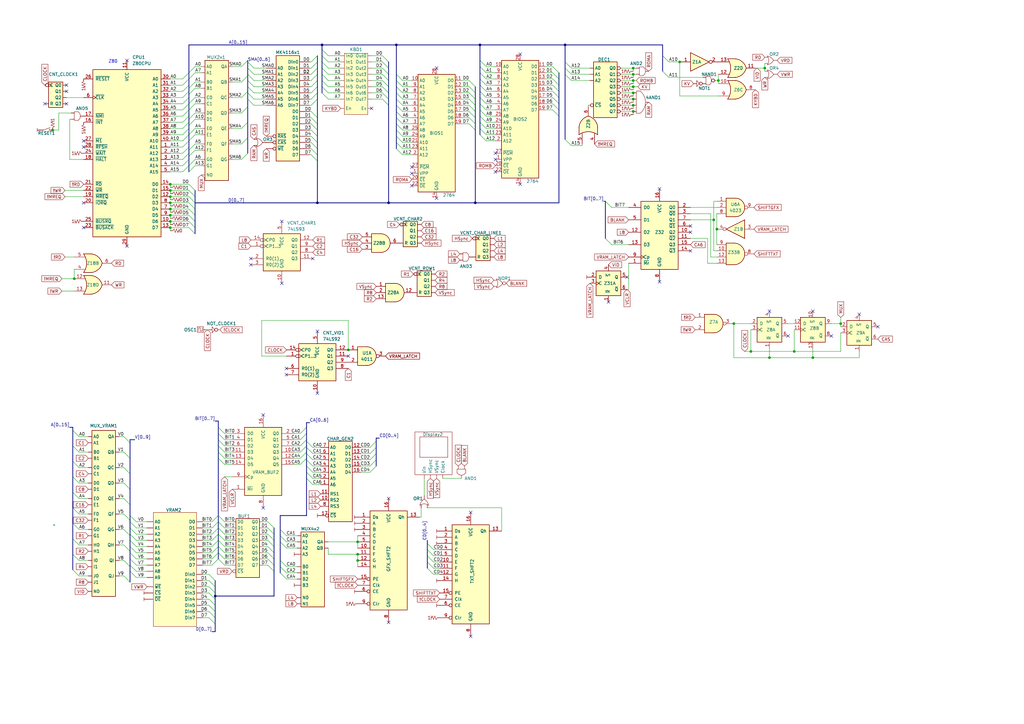
<source format=kicad_sch>
(kicad_sch (version 20230121) (generator eeschema)
  (paper "A3")
  (junction (at 146.685 227.33))
  (junction (at 259.715 33.02))
  (junction (at 146.685 222.25))
  (junction (at 344.805 132.715))
  (junction (at 159.385 83.185))
  (junction (at 196.85 18.415))
  (junction (at 21.59 53.34))
  (junction (at 294.005 93.98))
  (junction (at 294.64 33.02))
  (junction (at 142.875 143.51))
  (junction (at 69.85 78.105))
  (junction (at 300.99 132.715))
  (junction (at 30.48 114.3))
  (junction (at 69.85 83.185))
  (junction (at 292.735 90.17))
  (junction (at 333.375 146.685))
  (junction (at 231.775 18.415))
  (junction (at 132.08 18.415))
  (junction (at 259.715 38.1))
  (junction (at 259.715 43.18))
  (junction (at 307.975 144.145))
  (junction (at 259.715 35.56))
  (junction (at 315.595 146.685))
  (junction (at 259.715 30.48))
  (junction (at 69.85 90.805))
  (junction (at 194.945 83.185))
  (junction (at 162.56 18.415))
  (junction (at 259.715 40.64))
  (junction (at 69.85 88.265))
  (junction (at 146.685 229.87))
  (junction (at 313.69 27.94))
  (junction (at 130.175 83.185))
  (junction (at 325.755 144.145))
  (junction (at 259.715 27.94))
  (junction (at 69.85 85.725))
  (junction (at 69.85 75.565))
  (junction (at 69.85 80.645))
  (junction (at 69.85 93.345))
  (junction (at 88.265 244.475))
  (junction (at 278.765 25.4))
  (junction (at 259.715 45.72))
  (no_connect (at 249.555 123.825))
  (no_connect (at 203.2 62.865))
  (no_connect (at 142.875 146.05))
  (no_connect (at 193.04 260.985))
  (no_connect (at 34.29 93.345))
  (no_connect (at 130.175 161.29))
  (no_connect (at 34.29 57.785))
  (no_connect (at 159.385 204.47))
  (no_connect (at 179.07 81.28))
  (no_connect (at 159.385 255.27))
  (no_connect (at 213.36 75.565))
  (no_connect (at 115.57 116.205))
  (no_connect (at 168.91 76.2))
  (no_connect (at 34.29 83.185))
  (no_connect (at 52.07 24.765))
  (no_connect (at 34.29 60.325))
  (no_connect (at 179.07 27.94))
  (no_connect (at 323.215 137.795))
  (no_connect (at 128.27 106.045))
  (no_connect (at 340.995 137.795))
  (no_connect (at 102.87 108.585))
  (no_connect (at 152.4 44.45))
  (no_connect (at 333.375 127.635))
  (no_connect (at 27.305 42.545))
  (no_connect (at 102.87 106.045))
  (no_connect (at 352.425 128.905))
  (no_connect (at 203.2 65.405))
  (no_connect (at 283.21 92.71))
  (no_connect (at 117.475 151.13))
  (no_connect (at 283.21 95.25))
  (no_connect (at 360.045 133.985))
  (no_connect (at 52.07 100.965))
  (no_connect (at 270.51 115.57))
  (no_connect (at 107.95 208.28))
  (no_connect (at 27.305 34.925))
  (no_connect (at 203.2 70.485))
  (no_connect (at 283.21 102.87))
  (no_connect (at 193.04 210.185))
  (no_connect (at 213.36 22.225))
  (no_connect (at 270.51 77.47))
  (no_connect (at 168.91 71.12))
  (no_connect (at 115.57 90.805))
  (no_connect (at 18.415 42.545))
  (no_connect (at 315.595 127.635))
  (no_connect (at 107.95 170.18))
  (no_connect (at 168.91 68.58))
  (no_connect (at 27.305 37.465))
  (no_connect (at 117.475 153.67))
  (no_connect (at 257.175 113.665))
  (no_connect (at 130.175 135.89))
  (bus_entry (at 77.47 55.245) (size 2.54 -2.54))
  (bus_entry (at 89.535 219.075) (size -2.54 2.54))
  (bus_entry (at 114.935 232.41) (size 2.54 2.54))
  (bus_entry (at 89.535 226.695) (size -2.54 2.54))
  (bus_entry (at 130.175 25.4) (size -2.54 2.54))
  (bus_entry (at 74.93 62.865) (size 2.54 -2.54))
  (bus_entry (at 74.93 57.785) (size 2.54 -2.54))
  (bus_entry (at 89.535 180.34) (size 2.54 2.54))
  (bus_entry (at 226.695 42.545) (size 2.54 2.54))
  (bus_entry (at 89.535 213.995) (size 2.54 2.54))
  (bus_entry (at 196.85 50.165) (size 2.54 2.54))
  (bus_entry (at 226.695 40.005) (size 2.54 2.54))
  (bus_entry (at 50.8 223.52) (size 2.54 2.54))
  (bus_entry (at 50.8 229.87) (size 2.54 2.54))
  (bus_entry (at 77.47 61.595) (size 2.54 -2.54))
  (bus_entry (at 53.34 216.535) (size 2.54 2.54))
  (bus_entry (at 89.535 229.235) (size 2.54 2.54))
  (bus_entry (at 29.845 176.53) (size 2.54 2.54))
  (bus_entry (at 125.73 193.675) (size 2.54 2.54))
  (bus_entry (at 109.855 226.695) (size 2.54 2.54))
  (bus_entry (at 175.26 233.045) (size 2.54 2.54))
  (bus_entry (at 89.535 182.88) (size 2.54 2.54))
  (bus_entry (at 123.19 182.88) (size 2.54 -2.54))
  (bus_entry (at 89.535 229.235) (size -2.54 2.54))
  (bus_entry (at 196.85 45.085) (size 2.54 2.54))
  (bus_entry (at 151.765 188.595) (size 2.54 -2.54))
  (bus_entry (at 226.695 32.385) (size 2.54 2.54))
  (bus_entry (at 53.34 213.995) (size 2.54 2.54))
  (bus_entry (at 130.175 38.1) (size -2.54 2.54))
  (bus_entry (at 77.47 45.085) (size 2.54 -2.54))
  (bus_entry (at 114.935 229.87) (size 2.54 2.54))
  (bus_entry (at 134.62 27.94) (size -2.54 -2.54))
  (bus_entry (at 29.845 214.63) (size 2.54 2.54))
  (bus_entry (at 74.93 37.465) (size 2.54 -2.54))
  (bus_entry (at 130.175 48.26) (size -2.54 -2.54))
  (bus_entry (at 89.535 224.155) (size 2.54 2.54))
  (bus_entry (at 101.6 38.1) (size 2.54 2.54))
  (bus_entry (at 109.855 224.155) (size 2.54 2.54))
  (bus_entry (at 77.47 36.195) (size 2.54 -2.54))
  (bus_entry (at 156.845 35.56) (size 2.54 2.54))
  (bus_entry (at 156.845 27.94) (size 2.54 2.54))
  (bus_entry (at 50.8 185.42) (size 2.54 2.54))
  (bus_entry (at 74.93 60.325) (size 2.54 -2.54))
  (bus_entry (at 123.19 187.96) (size 2.54 -2.54))
  (bus_entry (at 89.535 216.535) (size 2.54 2.54))
  (bus_entry (at 231.775 27.94) (size 2.54 2.54))
  (bus_entry (at 192.405 40.64) (size 2.54 2.54))
  (bus_entry (at 77.47 80.645) (size 2.54 2.54))
  (bus_entry (at 89.535 226.695) (size 2.54 2.54))
  (bus_entry (at 77.47 88.265) (size 2.54 2.54))
  (bus_entry (at 271.78 22.86) (size 2.54 2.54))
  (bus_entry (at 248.285 82.55) (size 2.54 2.54))
  (bus_entry (at 134.62 38.1) (size -2.54 -2.54))
  (bus_entry (at 226.695 29.845) (size 2.54 2.54))
  (bus_entry (at 123.19 180.34) (size 2.54 -2.54))
  (bus_entry (at 162.56 58.42) (size 2.54 2.54))
  (bus_entry (at 89.535 224.155) (size -2.54 2.54))
  (bus_entry (at 192.405 45.72) (size 2.54 2.54))
  (bus_entry (at 192.405 38.1) (size 2.54 2.54))
  (bus_entry (at 109.855 213.995) (size 2.54 2.54))
  (bus_entry (at 89.535 211.455) (size 2.54 2.54))
  (bus_entry (at 32.385 191.77) (size -2.54 -2.54))
  (bus_entry (at 74.93 70.485) (size 2.54 -2.54))
  (bus_entry (at 88.265 255.905) (size -2.54 -2.54))
  (bus_entry (at 77.47 51.435) (size 2.54 -2.54))
  (bus_entry (at 74.93 50.165) (size 2.54 -2.54))
  (bus_entry (at 77.47 78.105) (size 2.54 2.54))
  (bus_entry (at 77.47 75.565) (size 2.54 2.54))
  (bus_entry (at 77.47 70.485) (size 2.54 -2.54))
  (bus_entry (at 99.06 52.705) (size 2.54 -2.54))
  (bus_entry (at 74.93 45.085) (size 2.54 -2.54))
  (bus_entry (at 226.695 27.305) (size 2.54 2.54))
  (bus_entry (at 156.845 40.64) (size 2.54 2.54))
  (bus_entry (at 89.535 221.615) (size -2.54 2.54))
  (bus_entry (at 196.85 37.465) (size 2.54 2.54))
  (bus_entry (at 99.06 33.655) (size 2.54 -2.54))
  (bus_entry (at 74.93 47.625) (size 2.54 -2.54))
  (bus_entry (at 99.06 65.405) (size 2.54 -2.54))
  (bus_entry (at 74.93 52.705) (size 2.54 -2.54))
  (bus_entry (at 151.765 193.675) (size 2.54 -2.54))
  (bus_entry (at 271.78 29.21) (size 2.54 2.54))
  (bus_entry (at 74.93 65.405) (size 2.54 -2.54))
  (bus_entry (at 101.6 35.56) (size 2.54 2.54))
  (bus_entry (at 130.175 40.64) (size -2.54 2.54))
  (bus_entry (at 50.8 179.07) (size 2.54 2.54))
  (bus_entry (at 50.8 210.82) (size 2.54 2.54))
  (bus_entry (at 162.56 45.72) (size 2.54 2.54))
  (bus_entry (at 130.175 33.02) (size -2.54 2.54))
  (bus_entry (at 130.175 27.94) (size -2.54 2.54))
  (bus_entry (at 125.73 191.135) (size 2.54 2.54))
  (bus_entry (at 53.34 221.615) (size 2.54 2.54))
  (bus_entry (at 88.265 240.665) (size -2.54 -2.54))
  (bus_entry (at 175.26 230.505) (size 2.54 2.54))
  (bus_entry (at 74.93 40.005) (size 2.54 -2.54))
  (bus_entry (at 109.855 229.235) (size 2.54 2.54))
  (bus_entry (at 130.175 66.04) (size -2.54 -2.54))
  (bus_entry (at 77.47 90.805) (size 2.54 2.54))
  (bus_entry (at 53.34 219.075) (size 2.54 2.54))
  (bus_entry (at 196.85 42.545) (size 2.54 2.54))
  (bus_entry (at 109.855 221.615) (size 2.54 2.54))
  (bus_entry (at 156.845 38.1) (size 2.54 2.54))
  (bus_entry (at 77.47 64.135) (size 2.54 -2.54))
  (bus_entry (at 162.56 60.96) (size 2.54 2.54))
  (bus_entry (at 29.845 201.93) (size 2.54 2.54))
  (bus_entry (at 134.62 40.64) (size -2.54 -2.54))
  (bus_entry (at 162.56 50.8) (size 2.54 2.54))
  (bus_entry (at 74.93 67.945) (size 2.54 -2.54))
  (bus_entry (at 134.62 22.86) (size -2.54 -2.54))
  (bus_entry (at 162.56 35.56) (size 2.54 2.54))
  (bus_entry (at 162.56 48.26) (size 2.54 2.54))
  (bus_entry (at 29.845 208.28) (size 2.54 2.54))
  (bus_entry (at 101.6 25.4) (size 2.54 2.54))
  (bus_entry (at 89.535 185.42) (size 2.54 2.54))
  (bus_entry (at 77.47 42.545) (size 2.54 -2.54))
  (bus_entry (at 134.62 33.02) (size -2.54 -2.54))
  (bus_entry (at 156.845 25.4) (size 2.54 2.54))
  (bus_entry (at 114.935 217.17) (size 2.54 2.54))
  (bus_entry (at 162.56 33.02) (size 2.54 2.54))
  (bus_entry (at 50.8 236.22) (size 2.54 2.54))
  (bus_entry (at 99.06 40.005) (size 2.54 -2.54))
  (bus_entry (at 50.8 191.77) (size 2.54 2.54))
  (bus_entry (at 89.535 221.615) (size 2.54 2.54))
  (bus_entry (at 88.265 253.365) (size -2.54 -2.54))
  (bus_entry (at 88.265 248.285) (size -2.54 -2.54))
  (bus_entry (at 74.93 55.245) (size 2.54 -2.54))
  (bus_entry (at 109.855 231.775) (size 2.54 2.54))
  (bus_entry (at 162.56 53.34) (size 2.54 2.54))
  (bus_entry (at 175.26 225.425) (size 2.54 2.54))
  (bus_entry (at 162.56 38.1) (size 2.54 2.54))
  (bus_entry (at 231.775 30.48) (size 2.54 2.54))
  (bus_entry (at 53.34 234.315) (size 2.54 2.54))
  (bus_entry (at 196.85 40.005) (size 2.54 2.54))
  (bus_entry (at 125.73 183.515) (size 2.54 2.54))
  (bus_entry (at 248.285 97.79) (size 2.54 2.54))
  (bus_entry (at 130.175 30.48) (size -2.54 2.54))
  (bus_entry (at 151.765 183.515) (size 2.54 -2.54))
  (bus_entry (at 192.405 43.18) (size 2.54 2.54))
  (bus_entry (at 125.73 180.975) (size 2.54 2.54))
  (bus_entry (at 109.855 219.075) (size 2.54 2.54))
  (bus_entry (at 109.855 216.535) (size 2.54 2.54))
  (bus_entry (at 192.405 48.26) (size 2.54 2.54))
  (bus_entry (at 125.73 186.055) (size 2.54 2.54))
  (bus_entry (at 77.47 29.845) (size 2.54 -2.54))
  (bus_entry (at 29.845 220.98) (size 2.54 2.54))
  (bus_entry (at 101.6 30.48) (size 2.54 2.54))
  (bus_entry (at 74.93 42.545) (size 2.54 -2.54))
  (bus_entry (at 89.535 187.96) (size 2.54 2.54))
  (bus_entry (at 89.535 216.535) (size -2.54 2.54))
  (bus_entry (at 196.85 27.305) (size 2.54 2.54))
  (bus_entry (at 99.06 59.055) (size 2.54 -2.54))
  (bus_entry (at 162.56 30.48) (size 2.54 2.54))
  (bus_entry (at 101.6 33.02) (size 2.54 2.54))
  (bus_entry (at 99.06 27.305) (size 2.54 -2.54))
  (bus_entry (at 53.34 211.455) (size 2.54 2.54))
  (bus_entry (at 88.265 250.825) (size -2.54 -2.54))
  (bus_entry (at 151.765 191.135) (size 2.54 -2.54))
  (bus_entry (at 156.845 33.02) (size 2.54 2.54))
  (bus_entry (at 162.56 40.64) (size 2.54 2.54))
  (bus_entry (at 196.85 24.765) (size 2.54 2.54))
  (bus_entry (at 192.405 35.56) (size 2.54 2.54))
  (bus_entry (at 101.6 27.94) (size 2.54 2.54))
  (bus_entry (at 196.85 55.245) (size 2.54 2.54))
  (bus_entry (at 125.73 196.215) (size 2.54 2.54))
  (bus_entry (at 196.85 32.385) (size 2.54 2.54))
  (bus_entry (at 196.85 47.625) (size 2.54 2.54))
  (bus_entry (at 88.265 243.205) (size -2.54 -2.54))
  (bus_entry (at 32.385 198.12) (size -2.54 -2.54))
  (bus_entry (at 50.8 204.47) (size 2.54 2.54))
  (bus_entry (at 162.56 55.88) (size 2.54 2.54))
  (bus_entry (at 226.695 45.085) (size 2.54 2.54))
  (bus_entry (at 99.06 46.355) (size 2.54 -2.54))
  (bus_entry (at 53.34 231.775) (size 2.54 2.54))
  (bus_entry (at 234.315 59.69) (size -2.54 -2.54))
  (bus_entry (at 156.845 30.48) (size 2.54 2.54))
  (bus_entry (at 123.19 190.5) (size 2.54 -2.54))
  (bus_entry (at 196.85 29.845) (size 2.54 2.54))
  (bus_entry (at 89.535 177.8) (size 2.54 2.54))
  (bus_entry (at 130.175 53.34) (size -2.54 -2.54))
  (bus_entry (at 130.175 22.86) (size -2.54 2.54))
  (bus_entry (at 114.935 222.25) (size 2.54 2.54))
  (bus_entry (at 162.56 43.18) (size 2.54 2.54))
  (bus_entry (at 53.34 224.155) (size 2.54 2.54))
  (bus_entry (at 50.8 198.12) (size 2.54 2.54))
  (bus_entry (at 101.6 40.64) (size 2.54 2.54))
  (bus_entry (at 74.93 34.925) (size 2.54 -2.54))
  (bus_entry (at 192.405 33.02) (size 2.54 2.54))
  (bus_entry (at 89.535 211.455) (size -2.54 2.54))
  (bus_entry (at 134.62 30.48) (size -2.54 -2.54))
  (bus_entry (at 50.8 217.17) (size 2.54 2.54))
  (bus_entry (at 196.85 34.925) (size 2.54 2.54))
  (bus_entry (at 53.34 229.235) (size 2.54 2.54))
  (bus_entry (at 89.535 219.075) (size 2.54 2.54))
  (bus_entry (at 89.535 175.26) (size 2.54 2.54))
  (bus_entry (at 130.175 63.5) (size -2.54 -2.54))
  (bus_entry (at 29.845 233.68) (size 2.54 2.54))
  (bus_entry (at 88.265 245.745) (size -2.54 -2.54))
  (bus_entry (at 88.265 238.125) (size -2.54 -2.54))
  (bus_entry (at 175.26 227.965) (size 2.54 2.54))
  (bus_entry (at 226.695 37.465) (size 2.54 2.54))
  (bus_entry (at 123.19 185.42) (size 2.54 -2.54))
  (bus_entry (at 77.47 32.385) (size 2.54 -2.54))
  (bus_entry (at 77.47 48.895) (size 2.54 -2.54))
  (bus_entry (at 134.62 25.4) (size -2.54 -2.54))
  (bus_entry (at 130.175 50.8) (size -2.54 -2.54))
  (bus_entry (at 151.765 186.055) (size 2.54 -2.54))
  (bus_entry (at 130.175 35.56) (size -2.54 2.54))
  (bus_entry (at 125.73 188.595) (size 2.54 2.54))
  (bus_entry (at 114.935 234.95) (size 2.54 2.54))
  (bus_entry (at 196.85 52.705) (size 2.54 2.54))
  (bus_entry (at 130.175 60.96) (size -2.54 -2.54))
  (bus_entry (at 114.935 219.71) (size 2.54 2.54))
  (bus_entry (at 226.695 34.925) (size 2.54 2.54))
  (bus_entry (at 156.845 22.86) (size 2.54 2.54))
  (bus_entry (at 77.47 83.185) (size 2.54 2.54))
  (bus_entry (at 77.47 57.785) (size 2.54 -2.54))
  (bus_entry (at 77.47 67.945) (size 2.54 -2.54))
  (bus_entry (at 77.47 93.345) (size 2.54 2.54))
  (bus_entry (at 134.62 35.56) (size -2.54 -2.54))
  (bus_entry (at 175.26 222.885) (size 2.54 2.54))
  (bus_entry (at 29.845 227.33) (size 2.54 2.54))
  (bus_entry (at 29.845 182.88) (size 2.54 2.54))
  (bus_entry (at 130.175 55.88) (size -2.54 -2.54))
  (bus_entry (at 77.47 38.735) (size 2.54 -2.54))
  (bus_entry (at 74.93 32.385) (size 2.54 -2.54))
  (bus_entry (at 123.19 177.8) (size 2.54 -2.54))
  (bus_entry (at 192.405 50.8) (size 2.54 2.54))
  (bus_entry (at 53.34 226.695) (size 2.54 2.54))
  (bus_entry (at 130.175 58.42) (size -2.54 -2.54))
  (bus_entry (at 77.47 85.725) (size 2.54 2.54))
  (bus_entry (at 231.775 25.4) (size 2.54 2.54))
  (bus_entry (at 89.535 213.995) (size -2.54 2.54))
  (bus (pts (xy 125.73 173.355) (xy 125.73 175.26)))
  (bus (pts (xy 28.575 175.26) (xy 29.845 175.26)))
  (bus (pts (xy 159.385 30.48) (xy 159.385 33.02)))
  (bus (pts (xy 89.535 211.455) (xy 89.535 213.995)))
  (bus (pts (xy 196.85 29.845) (xy 196.85 27.305)))
  (wire (pts (xy 139.7 22.86) (xy 134.62 22.86)))
  (wire (pts (xy 333.375 142.875) (xy 333.375 146.685)))
  (bus (pts (xy 196.85 45.085) (xy 196.85 47.625)))
  (wire (pts (xy 147.955 193.675) (xy 151.765 193.675)))
  (bus (pts (xy 77.47 60.325) (xy 77.47 61.595)))
  (bus (pts (xy 89.535 219.075) (xy 89.535 221.615)))
  (wire (pts (xy 127.635 35.56) (xy 127 35.56)))
  (wire (pts (xy 177.8 227.965) (xy 180.34 227.965)))
  (wire (pts (xy 156.845 27.94) (xy 152.4 27.94)))
  (wire (pts (xy 128.27 186.055) (xy 131.445 186.055)))
  (wire (pts (xy 234.315 33.02) (xy 241.935 33.02)))
  (bus (pts (xy 154.305 183.515) (xy 154.305 186.055)))
  (wire (pts (xy 55.88 216.535) (xy 60.325 216.535)))
  (wire (pts (xy 69.85 70.485) (xy 74.93 70.485)))
  (bus (pts (xy 159.385 33.02) (xy 159.385 35.56)))
  (bus (pts (xy 130.175 30.48) (xy 130.175 33.02)))
  (bus (pts (xy 77.47 55.245) (xy 77.47 57.785)))
  (bus (pts (xy 130.175 48.26) (xy 130.175 50.8)))
  (wire (pts (xy 107.315 146.05) (xy 107.315 131.445)))
  (wire (pts (xy 139.7 27.94) (xy 134.62 27.94)))
  (bus (pts (xy 29.845 220.98) (xy 29.845 227.33)))
  (wire (pts (xy 259.715 33.02) (xy 259.715 34.29)))
  (bus (pts (xy 132.08 20.32) (xy 132.08 22.86)))
  (wire (pts (xy 307.975 144.145) (xy 325.755 144.145)))
  (wire (pts (xy 92.075 182.88) (xy 95.25 182.88)))
  (wire (pts (xy 223.52 32.385) (xy 226.695 32.385)))
  (bus (pts (xy 132.08 25.4) (xy 132.08 27.94)))
  (bus (pts (xy 114.935 229.87) (xy 114.935 232.41)))
  (bus (pts (xy 53.34 231.775) (xy 53.34 232.41)))
  (wire (pts (xy 250.825 85.09) (xy 257.81 85.09)))
  (wire (pts (xy 95.25 33.655) (xy 99.06 33.655)))
  (bus (pts (xy 154.305 188.595) (xy 154.305 191.135)))
  (wire (pts (xy 340.995 132.715) (xy 344.805 132.715)))
  (wire (pts (xy 259.715 43.18) (xy 259.715 44.45)))
  (wire (pts (xy 120.65 190.5) (xy 123.19 190.5)))
  (wire (pts (xy 80.01 42.545) (xy 82.55 42.545)))
  (bus (pts (xy 196.85 34.925) (xy 196.85 37.465)))
  (wire (pts (xy 117.475 237.49) (xy 121.92 237.49)))
  (wire (pts (xy 325.755 144.145) (xy 344.805 144.145)))
  (wire (pts (xy 69.85 75.565) (xy 77.47 75.565)))
  (bus (pts (xy 55.245 180.34) (xy 53.34 180.34)))
  (wire (pts (xy 80.01 55.245) (xy 82.55 55.245)))
  (bus (pts (xy 114.935 211.455) (xy 114.935 217.17)))
  (wire (pts (xy 127 58.42) (xy 127.635 58.42)))
  (wire (pts (xy 32.385 204.47) (xy 36.195 204.47)))
  (bus (pts (xy 162.56 35.56) (xy 162.56 33.02)))
  (wire (pts (xy 294.64 30.48) (xy 294.64 33.02)))
  (bus (pts (xy 175.26 230.505) (xy 175.26 233.045)))
  (wire (pts (xy 92.075 185.42) (xy 95.25 185.42)))
  (wire (pts (xy 80.01 67.945) (xy 82.55 67.945)))
  (bus (pts (xy 125.73 188.595) (xy 125.73 191.135)))
  (bus (pts (xy 196.85 27.305) (xy 196.85 24.765)))
  (bus (pts (xy 162.56 48.26) (xy 162.56 50.8)))
  (bus (pts (xy 29.845 176.53) (xy 29.845 182.88)))
  (wire (pts (xy 199.39 34.925) (xy 203.2 34.925)))
  (bus (pts (xy 132.08 27.94) (xy 132.08 30.48)))
  (wire (pts (xy 69.85 93.345) (xy 69.85 94.615)))
  (bus (pts (xy 77.47 67.945) (xy 77.47 70.485)))
  (bus (pts (xy 196.85 32.385) (xy 196.85 34.925)))
  (bus (pts (xy 101.6 31.115) (xy 101.6 33.02)))
  (wire (pts (xy 223.52 45.085) (xy 226.695 45.085)))
  (wire (pts (xy 134.62 224.79) (xy 134.62 227.33)))
  (wire (pts (xy 34.29 65.405) (xy 28.575 65.405)))
  (wire (pts (xy 278.765 25.4) (xy 278.765 39.37)))
  (wire (pts (xy 48.895 210.82) (xy 50.8 210.82)))
  (bus (pts (xy 29.845 189.23) (xy 29.845 195.58)))
  (wire (pts (xy 259.715 35.56) (xy 261.62 35.56)))
  (wire (pts (xy 55.88 226.695) (xy 60.325 226.695)))
  (wire (pts (xy 86.995 231.775) (xy 83.185 231.775)))
  (bus (pts (xy 229.235 83.185) (xy 229.235 47.625)))
  (wire (pts (xy 127 45.72) (xy 127.635 45.72)))
  (bus (pts (xy 77.47 50.165) (xy 77.47 51.435)))
  (bus (pts (xy 194.945 53.34) (xy 194.945 83.185)))
  (wire (pts (xy 177.8 225.425) (xy 180.34 225.425)))
  (bus (pts (xy 231.775 18.415) (xy 231.775 25.4)))
  (wire (pts (xy 199.39 50.165) (xy 203.2 50.165)))
  (bus (pts (xy 80.01 80.645) (xy 80.01 83.185)))
  (bus (pts (xy 80.01 85.725) (xy 80.01 88.265)))
  (wire (pts (xy 24.13 46.355) (xy 29.21 46.355)))
  (bus (pts (xy 162.56 60.96) (xy 162.56 58.42)))
  (bus (pts (xy 132.08 18.415) (xy 162.56 18.415)))
  (wire (pts (xy 223.52 40.005) (xy 226.695 40.005)))
  (wire (pts (xy 69.85 50.165) (xy 74.93 50.165)))
  (bus (pts (xy 53.34 219.075) (xy 53.34 219.71)))
  (wire (pts (xy 27.305 40.005) (xy 34.29 40.005)))
  (wire (pts (xy 107.95 231.775) (xy 109.855 231.775)))
  (wire (pts (xy 69.85 57.785) (xy 74.93 57.785)))
  (bus (pts (xy 154.305 186.055) (xy 154.305 188.595)))
  (bus (pts (xy 175.26 221.615) (xy 175.26 222.885)))
  (bus (pts (xy 194.945 83.185) (xy 229.235 83.185)))
  (wire (pts (xy 199.39 52.705) (xy 203.2 52.705)))
  (wire (pts (xy 199.39 42.545) (xy 203.2 42.545)))
  (wire (pts (xy 259.715 27.94) (xy 254.635 27.94)))
  (bus (pts (xy 53.34 226.06) (xy 53.34 226.695)))
  (wire (pts (xy 165.1 33.02) (xy 168.91 33.02)))
  (bus (pts (xy 77.47 36.195) (xy 77.47 37.465)))
  (wire (pts (xy 92.075 190.5) (xy 95.25 190.5)))
  (wire (pts (xy 257.81 107.95) (xy 257.81 118.745)))
  (wire (pts (xy 55.88 231.775) (xy 60.325 231.775)))
  (wire (pts (xy 117.475 234.95) (xy 121.92 234.95)))
  (bus (pts (xy 112.395 219.075) (xy 112.395 216.535)))
  (wire (pts (xy 259.715 33.02) (xy 260.985 33.02)))
  (bus (pts (xy 130.175 27.94) (xy 130.175 30.48)))
  (bus (pts (xy 125.73 211.455) (xy 125.73 196.215)))
  (bus (pts (xy 53.34 229.235) (xy 53.34 231.775)))
  (wire (pts (xy 254.635 35.56) (xy 259.715 35.56)))
  (wire (pts (xy 120.65 185.42) (xy 123.19 185.42)))
  (bus (pts (xy 53.34 194.31) (xy 53.34 200.66)))
  (wire (pts (xy 104.14 27.94) (xy 109.22 27.94)))
  (wire (pts (xy 80.01 36.195) (xy 82.55 36.195)))
  (bus (pts (xy 88.265 243.205) (xy 88.265 240.665)))
  (wire (pts (xy 156.845 22.86) (xy 152.4 22.86)))
  (bus (pts (xy 80.01 88.265) (xy 80.01 90.805)))
  (bus (pts (xy 162.56 43.18) (xy 162.56 45.72)))
  (wire (pts (xy 259.715 30.48) (xy 260.985 30.48)))
  (wire (pts (xy 32.385 191.77) (xy 36.195 191.77)))
  (wire (pts (xy 69.85 78.105) (xy 77.47 78.105)))
  (wire (pts (xy 172.72 212.09) (xy 172.72 208.28)))
  (bus (pts (xy 53.34 181.61) (xy 53.34 187.96)))
  (bus (pts (xy 271.78 18.415) (xy 271.78 22.86)))
  (bus (pts (xy 89.535 175.26) (xy 89.535 177.8)))
  (wire (pts (xy 86.995 221.615) (xy 83.185 221.615)))
  (wire (pts (xy 259.715 30.48) (xy 259.715 31.75)))
  (wire (pts (xy 92.075 213.995) (xy 95.25 213.995)))
  (wire (pts (xy 315.595 146.685) (xy 333.375 146.685)))
  (bus (pts (xy 130.175 63.5) (xy 130.175 60.96)))
  (wire (pts (xy 48.895 204.47) (xy 50.8 204.47)))
  (wire (pts (xy 69.85 88.265) (xy 69.85 89.535)))
  (wire (pts (xy 69.85 60.325) (xy 74.93 60.325)))
  (wire (pts (xy 241.3 43.18) (xy 241.935 43.18)))
  (wire (pts (xy 128.27 188.595) (xy 131.445 188.595)))
  (bus (pts (xy 112.395 244.475) (xy 88.265 244.475)))
  (wire (pts (xy 152.4 25.4) (xy 156.845 25.4)))
  (bus (pts (xy 86.995 259.08) (xy 88.265 259.08)))
  (bus (pts (xy 112.395 231.775) (xy 112.395 229.235)))
  (wire (pts (xy 177.8 235.585) (xy 180.34 235.585)))
  (wire (pts (xy 104.14 43.18) (xy 109.22 43.18)))
  (wire (pts (xy 92.075 216.535) (xy 95.25 216.535)))
  (bus (pts (xy 53.34 207.01) (xy 53.34 200.66)))
  (wire (pts (xy 254.635 43.18) (xy 259.715 43.18)))
  (bus (pts (xy 125.73 193.675) (xy 125.73 196.215)))
  (wire (pts (xy 26.67 78.105) (xy 34.29 78.105)))
  (wire (pts (xy 117.475 146.05) (xy 107.315 146.05)))
  (wire (pts (xy 69.85 88.265) (xy 77.47 88.265)))
  (wire (pts (xy 134.62 222.25) (xy 146.685 222.25)))
  (wire (pts (xy 325.755 135.255) (xy 325.755 144.145)))
  (wire (pts (xy 32.385 185.42) (xy 36.195 185.42)))
  (bus (pts (xy 101.6 30.48) (xy 101.6 31.115)))
  (wire (pts (xy 69.85 47.625) (xy 74.93 47.625)))
  (wire (pts (xy 134.62 227.33) (xy 146.685 227.33)))
  (bus (pts (xy 248.285 82.55) (xy 248.285 97.79)))
  (wire (pts (xy 69.85 34.925) (xy 74.93 34.925)))
  (bus (pts (xy 89.535 182.88) (xy 89.535 185.42)))
  (bus (pts (xy 229.235 40.005) (xy 229.235 42.545)))
  (wire (pts (xy 55.88 236.855) (xy 60.325 236.855)))
  (wire (pts (xy 69.85 42.545) (xy 74.93 42.545)))
  (wire (pts (xy 69.85 83.185) (xy 69.85 84.455)))
  (wire (pts (xy 30.48 110.49) (xy 30.48 114.3)))
  (wire (pts (xy 86.995 226.695) (xy 83.185 226.695)))
  (wire (pts (xy 300.99 132.715) (xy 300.99 146.685)))
  (wire (pts (xy 165.1 43.18) (xy 168.91 43.18)))
  (bus (pts (xy 53.34 211.455) (xy 53.34 207.01)))
  (bus (pts (xy 229.235 45.085) (xy 229.235 42.545)))
  (bus (pts (xy 196.85 42.545) (xy 196.85 45.085)))
  (bus (pts (xy 130.175 83.185) (xy 80.01 83.185)))
  (bus (pts (xy 77.47 38.735) (xy 77.47 40.005)))
  (wire (pts (xy 95.25 59.055) (xy 99.06 59.055)))
  (bus (pts (xy 162.56 40.64) (xy 162.56 43.18)))
  (bus (pts (xy 53.34 232.41) (xy 53.34 234.315)))
  (wire (pts (xy 192.405 40.64) (xy 189.23 40.64)))
  (bus (pts (xy 194.945 45.72) (xy 194.945 48.26)))
  (wire (pts (xy 69.85 85.725) (xy 69.85 86.995)))
  (wire (pts (xy 165.1 55.88) (xy 168.91 55.88)))
  (bus (pts (xy 101.6 43.815) (xy 101.6 50.165)))
  (wire (pts (xy 127.635 33.02) (xy 127 33.02)))
  (wire (pts (xy 165.1 60.96) (xy 168.91 60.96)))
  (wire (pts (xy 139.7 33.02) (xy 134.62 33.02)))
  (bus (pts (xy 132.08 35.56) (xy 132.08 38.1)))
  (wire (pts (xy 127.635 30.48) (xy 127 30.48)))
  (bus (pts (xy 162.56 45.72) (xy 162.56 48.26)))
  (wire (pts (xy 92.075 219.075) (xy 95.25 219.075)))
  (wire (pts (xy 199.39 27.305) (xy 203.2 27.305)))
  (wire (pts (xy 69.85 78.105) (xy 69.85 79.375)))
  (wire (pts (xy 69.85 90.805) (xy 77.47 90.805)))
  (wire (pts (xy 238.76 59.69) (xy 234.315 59.69)))
  (wire (pts (xy 189.23 43.18) (xy 192.405 43.18)))
  (bus (pts (xy 53.34 180.34) (xy 53.34 181.61)))
  (wire (pts (xy 55.88 221.615) (xy 60.325 221.615)))
  (wire (pts (xy 69.85 55.245) (xy 74.93 55.245)))
  (bus (pts (xy 53.34 226.695) (xy 53.34 229.235)))
  (wire (pts (xy 152.4 40.64) (xy 156.845 40.64)))
  (wire (pts (xy 95.25 52.705) (xy 99.06 52.705)))
  (bus (pts (xy 77.47 57.785) (xy 77.47 60.325)))
  (bus (pts (xy 132.08 30.48) (xy 132.08 33.02)))
  (wire (pts (xy 147.955 191.135) (xy 151.765 191.135)))
  (wire (pts (xy 69.85 62.865) (xy 74.93 62.865)))
  (wire (pts (xy 92.075 177.8) (xy 95.25 177.8)))
  (wire (pts (xy 307.975 135.255) (xy 307.975 144.145)))
  (wire (pts (xy 146.685 222.25) (xy 146.685 224.79)))
  (bus (pts (xy 231.775 30.48) (xy 231.775 57.15)))
  (bus (pts (xy 196.85 47.625) (xy 196.85 50.165)))
  (wire (pts (xy 48.895 191.77) (xy 50.8 191.77)))
  (wire (pts (xy 305.435 144.145) (xy 307.975 144.145)))
  (wire (pts (xy 69.85 52.705) (xy 74.93 52.705)))
  (bus (pts (xy 53.34 216.535) (xy 53.34 219.075)))
  (bus (pts (xy 127 173.355) (xy 125.73 173.355)))
  (wire (pts (xy 294.005 93.98) (xy 294.005 100.33)))
  (wire (pts (xy 120.65 180.34) (xy 123.19 180.34)))
  (wire (pts (xy 128.27 191.135) (xy 131.445 191.135)))
  (bus (pts (xy 159.385 40.64) (xy 159.385 43.18)))
  (wire (pts (xy 292.735 90.17) (xy 292.735 102.87)))
  (wire (pts (xy 259.715 35.56) (xy 259.715 36.83)))
  (bus (pts (xy 112.395 226.695) (xy 112.395 224.155)))
  (bus (pts (xy 101.6 37.465) (xy 101.6 38.1)))
  (wire (pts (xy 165.1 48.26) (xy 168.91 48.26)))
  (wire (pts (xy 254.635 38.1) (xy 259.715 38.1)))
  (wire (pts (xy 278.765 25.4) (xy 279.4 25.4)))
  (wire (pts (xy 181.61 196.215) (xy 189.23 196.215)))
  (wire (pts (xy 294.64 33.02) (xy 294.64 34.29)))
  (wire (pts (xy 30.48 105.41) (xy 26.67 105.41)))
  (bus (pts (xy 130.175 25.4) (xy 130.175 27.94)))
  (wire (pts (xy 199.39 55.245) (xy 203.2 55.245)))
  (wire (pts (xy 80.01 40.005) (xy 82.55 40.005)))
  (wire (pts (xy 86.995 224.155) (xy 83.185 224.155)))
  (wire (pts (xy 139.7 25.4) (xy 134.62 25.4)))
  (bus (pts (xy 159.385 83.185) (xy 130.175 83.185)))
  (wire (pts (xy 146.685 227.33) (xy 146.685 229.87)))
  (bus (pts (xy 114.935 217.17) (xy 114.935 219.71)))
  (wire (pts (xy 104.14 35.56) (xy 109.22 35.56)))
  (wire (pts (xy 177.8 233.045) (xy 180.34 233.045)))
  (wire (pts (xy 205.74 208.28) (xy 175.26 208.28)))
  (wire (pts (xy 192.405 48.26) (xy 189.23 48.26)))
  (wire (pts (xy 32.385 217.17) (xy 36.195 217.17)))
  (bus (pts (xy 125.73 180.975) (xy 125.73 182.88)))
  (wire (pts (xy 117.475 219.71) (xy 121.92 219.71)))
  (bus (pts (xy 77.47 62.865) (xy 77.47 64.135)))
  (bus (pts (xy 80.01 78.105) (xy 80.01 80.645)))
  (wire (pts (xy 300.355 132.715) (xy 300.99 132.715)))
  (bus (pts (xy 229.235 34.925) (xy 229.235 37.465)))
  (bus (pts (xy 88.265 259.08) (xy 88.265 255.905)))
  (wire (pts (xy 127.635 40.64) (xy 127 40.64)))
  (bus (pts (xy 77.47 37.465) (xy 77.47 38.735)))
  (bus (pts (xy 114.935 219.71) (xy 114.935 222.25)))
  (wire (pts (xy 127 63.5) (xy 127.635 63.5)))
  (wire (pts (xy 55.88 229.235) (xy 60.325 229.235)))
  (wire (pts (xy 189.23 35.56) (xy 192.405 35.56)))
  (bus (pts (xy 89.535 172.72) (xy 89.535 175.26)))
  (bus (pts (xy 89.535 219.075) (xy 89.535 216.535)))
  (wire (pts (xy 55.88 234.315) (xy 60.325 234.315)))
  (bus (pts (xy 29.845 175.26) (xy 29.845 176.53)))
  (wire (pts (xy 90.17 135.255) (xy 89.535 135.255)))
  (bus (pts (xy 77.47 18.415) (xy 77.47 29.845)))
  (bus (pts (xy 77.47 42.545) (xy 77.47 45.085)))
  (wire (pts (xy 199.39 47.625) (xy 203.2 47.625)))
  (wire (pts (xy 86.995 229.235) (xy 83.185 229.235)))
  (wire (pts (xy 48.895 217.17) (xy 50.8 217.17)))
  (bus (pts (xy 194.945 48.26) (xy 194.945 50.8)))
  (bus (pts (xy 80.01 83.185) (xy 80.01 85.725)))
  (wire (pts (xy 48.895 229.87) (xy 50.8 229.87)))
  (wire (pts (xy 92.075 229.235) (xy 95.25 229.235)))
  (wire (pts (xy 313.69 29.21) (xy 313.69 27.94)))
  (bus (pts (xy 77.47 29.845) (xy 77.47 32.385)))
  (bus (pts (xy 114.935 211.455) (xy 125.73 211.455)))
  (wire (pts (xy 290.195 97.79) (xy 290.195 107.95)))
  (wire (pts (xy 128.27 198.755) (xy 131.445 198.755)))
  (wire (pts (xy 84.455 135.255) (xy 85.725 135.255)))
  (wire (pts (xy 80.01 61.595) (xy 82.55 61.595)))
  (wire (pts (xy 127.635 27.94) (xy 127 27.94)))
  (wire (pts (xy 120.65 187.96) (xy 123.19 187.96)))
  (bus (pts (xy 132.08 18.415) (xy 132.08 20.32)))
  (bus (pts (xy 231.775 27.94) (xy 231.775 30.48)))
  (bus (pts (xy 159.385 43.18) (xy 159.385 83.185)))
  (bus (pts (xy 162.56 33.02) (xy 162.56 30.48)))
  (wire (pts (xy 120.65 177.8) (xy 123.19 177.8)))
  (bus (pts (xy 159.385 27.94) (xy 159.385 30.48)))
  (bus (pts (xy 196.85 18.415) (xy 231.775 18.415)))
  (wire (pts (xy 238.76 59.055) (xy 238.76 59.69)))
  (bus (pts (xy 125.73 175.26) (xy 125.73 177.8)))
  (bus (pts (xy 162.56 55.88) (xy 162.56 58.42)))
  (wire (pts (xy 274.32 25.4) (xy 278.765 25.4)))
  (wire (pts (xy 309.88 27.94) (xy 313.69 27.94)))
  (bus (pts (xy 53.34 224.155) (xy 53.34 226.06)))
  (wire (pts (xy 69.85 75.565) (xy 69.85 76.835)))
  (wire (pts (xy 32.385 236.22) (xy 36.195 236.22)))
  (wire (pts (xy 80.01 48.895) (xy 82.55 48.895)))
  (wire (pts (xy 32.385 223.52) (xy 36.195 223.52)))
  (bus (pts (xy 88.265 240.665) (xy 88.265 238.125)))
  (bus (pts (xy 130.175 40.64) (xy 130.175 48.26)))
  (bus (pts (xy 196.85 24.765) (xy 196.85 18.415)))
  (wire (pts (xy 223.52 29.845) (xy 226.695 29.845)))
  (wire (pts (xy 254.635 33.02) (xy 259.715 33.02)))
  (wire (pts (xy 192.405 45.72) (xy 189.23 45.72)))
  (bus (pts (xy 101.6 35.56) (xy 101.6 37.465)))
  (wire (pts (xy 128.27 193.675) (xy 131.445 193.675)))
  (wire (pts (xy 127 55.88) (xy 127.635 55.88)))
  (bus (pts (xy 125.73 182.88) (xy 125.73 183.515)))
  (wire (pts (xy 107.95 216.535) (xy 109.855 216.535)))
  (wire (pts (xy 85.725 248.285) (xy 83.185 248.285)))
  (wire (pts (xy 223.52 37.465) (xy 226.695 37.465)))
  (wire (pts (xy 107.95 229.235) (xy 109.855 229.235)))
  (bus (pts (xy 162.56 35.56) (xy 162.56 38.1)))
  (bus (pts (xy 29.845 208.28) (xy 29.845 214.63)))
  (wire (pts (xy 117.475 232.41) (xy 121.92 232.41)))
  (bus (pts (xy 229.235 32.385) (xy 229.235 34.925)))
  (wire (pts (xy 165.1 45.72) (xy 168.91 45.72)))
  (wire (pts (xy 80.01 33.655) (xy 82.55 33.655)))
  (wire (pts (xy 80.01 29.845) (xy 82.55 29.845)))
  (bus (pts (xy 194.945 35.56) (xy 194.945 38.1)))
  (bus (pts (xy 132.08 33.02) (xy 132.08 35.56)))
  (wire (pts (xy 32.385 179.07) (xy 36.195 179.07)))
  (bus (pts (xy 89.535 213.995) (xy 89.535 216.535)))
  (bus (pts (xy 112.395 229.235) (xy 112.395 226.695)))
  (wire (pts (xy 344.805 133.985) (xy 344.805 132.715)))
  (wire (pts (xy 292.735 102.87) (xy 294.005 102.87)))
  (bus (pts (xy 101.6 27.94) (xy 101.6 30.48)))
  (wire (pts (xy 32.385 198.12) (xy 36.195 198.12)))
  (bus (pts (xy 101.6 50.165) (xy 101.6 56.515)))
  (wire (pts (xy 85.725 253.365) (xy 83.185 253.365)))
  (wire (pts (xy 32.385 210.82) (xy 36.195 210.82)))
  (wire (pts (xy 95.25 65.405) (xy 99.06 65.405)))
  (wire (pts (xy 352.425 144.145) (xy 352.425 146.685)))
  (wire (pts (xy 165.1 53.34) (xy 168.91 53.34)))
  (bus (pts (xy 194.945 43.18) (xy 194.945 45.72)))
  (bus (pts (xy 130.175 55.88) (xy 130.175 58.42)))
  (bus (pts (xy 89.535 177.8) (xy 89.535 180.34)))
  (wire (pts (xy 95.25 46.355) (xy 99.06 46.355)))
  (wire (pts (xy 28.575 48.895) (xy 28.575 65.405)))
  (wire (pts (xy 199.39 37.465) (xy 203.2 37.465)))
  (wire (pts (xy 172.085 212.09) (xy 172.72 212.09)))
  (wire (pts (xy 142.875 131.445) (xy 142.875 143.51)))
  (bus (pts (xy 231.775 25.4) (xy 231.775 27.94)))
  (wire (pts (xy 199.39 57.785) (xy 203.2 57.785)))
  (wire (pts (xy 241.3 43.815) (xy 241.3 43.18)))
  (bus (pts (xy 101.6 25.4) (xy 101.6 27.94)))
  (bus (pts (xy 155.575 179.705) (xy 154.305 179.705)))
  (wire (pts (xy 128.27 196.215) (xy 131.445 196.215)))
  (bus (pts (xy 130.175 35.56) (xy 130.175 38.1)))
  (wire (pts (xy 86.995 213.995) (xy 83.185 213.995)))
  (wire (pts (xy 127 50.8) (xy 127.635 50.8)))
  (bus (pts (xy 53.34 213.36) (xy 53.34 211.455)))
  (wire (pts (xy 223.52 27.305) (xy 226.695 27.305)))
  (wire (pts (xy 173.99 196.215) (xy 173.99 203.2)))
  (bus (pts (xy 194.945 50.8) (xy 194.945 53.34)))
  (bus (pts (xy 175.26 227.965) (xy 175.26 230.505)))
  (bus (pts (xy 231.775 18.415) (xy 271.78 18.415)))
  (wire (pts (xy 152.4 33.02) (xy 156.845 33.02)))
  (wire (pts (xy 323.215 132.715) (xy 325.755 132.715)))
  (wire (pts (xy 104.14 38.1) (xy 109.22 38.1)))
  (bus (pts (xy 80.01 93.345) (xy 80.01 95.885)))
  (wire (pts (xy 80.01 65.405) (xy 82.55 65.405)))
  (wire (pts (xy 69.85 65.405) (xy 74.93 65.405)))
  (wire (pts (xy 147.955 188.595) (xy 151.765 188.595)))
  (bus (pts (xy 196.85 37.465) (xy 196.85 40.005)))
  (wire (pts (xy 293.37 33.02) (xy 294.64 33.02)))
  (bus (pts (xy 125.73 180.34) (xy 125.73 180.975)))
  (wire (pts (xy 259.715 27.94) (xy 259.715 29.21)))
  (bus (pts (xy 29.845 182.88) (xy 29.845 189.23)))
  (wire (pts (xy 107.95 221.615) (xy 109.855 221.615)))
  (bus (pts (xy 29.845 195.58) (xy 29.845 201.93)))
  (bus (pts (xy 175.26 225.425) (xy 175.26 227.965)))
  (wire (pts (xy 86.995 216.535) (xy 83.185 216.535)))
  (wire (pts (xy 313.69 26.035) (xy 313.69 27.94)))
  (wire (pts (xy 48.895 185.42) (xy 50.8 185.42)))
  (bus (pts (xy 89.535 226.695) (xy 89.535 224.155)))
  (bus (pts (xy 89.535 180.34) (xy 89.535 182.88)))
  (wire (pts (xy 69.85 85.725) (xy 77.47 85.725)))
  (wire (pts (xy 92.075 187.96) (xy 95.25 187.96)))
  (wire (pts (xy 234.315 30.48) (xy 241.935 30.48)))
  (bus (pts (xy 130.175 66.04) (xy 130.175 63.5)))
  (bus (pts (xy 77.47 64.135) (xy 77.47 65.405)))
  (wire (pts (xy 92.075 180.34) (xy 95.25 180.34)))
  (wire (pts (xy 257.81 118.745) (xy 257.175 118.745)))
  (wire (pts (xy 48.895 179.07) (xy 50.8 179.07)))
  (wire (pts (xy 104.14 40.64) (xy 109.22 40.64)))
  (wire (pts (xy 107.95 213.995) (xy 109.855 213.995)))
  (wire (pts (xy 199.39 45.085) (xy 203.2 45.085)))
  (bus (pts (xy 77.47 40.005) (xy 77.47 42.545)))
  (bus (pts (xy 53.34 221.615) (xy 53.34 224.155)))
  (wire (pts (xy 117.475 222.25) (xy 121.92 222.25)))
  (wire (pts (xy 55.88 213.995) (xy 60.325 213.995)))
  (wire (pts (xy 26.67 80.645) (xy 34.29 80.645)))
  (bus (pts (xy 53.34 213.995) (xy 53.34 216.535)))
  (wire (pts (xy 80.01 52.705) (xy 82.55 52.705)))
  (wire (pts (xy 127 53.34) (xy 127.635 53.34)))
  (wire (pts (xy 24.13 53.34) (xy 24.13 46.355)))
  (bus (pts (xy 77.47 47.625) (xy 77.47 48.895)))
  (bus (pts (xy 101.6 33.02) (xy 101.6 35.56)))
  (wire (pts (xy 117.475 224.79) (xy 121.92 224.79)))
  (bus (pts (xy 194.945 40.64) (xy 194.945 43.18)))
  (bus (pts (xy 114.935 222.25) (xy 114.935 229.87)))
  (wire (pts (xy 86.995 219.075) (xy 83.185 219.075)))
  (bus (pts (xy 159.385 38.1) (xy 159.385 40.64)))
  (bus (pts (xy 229.235 47.625) (xy 229.235 45.085)))
  (bus (pts (xy 29.845 227.33) (xy 29.845 233.68)))
  (wire (pts (xy 48.895 223.52) (xy 50.8 223.52)))
  (bus (pts (xy 130.175 50.8) (xy 130.175 53.34)))
  (wire (pts (xy 344.805 144.145) (xy 344.805 136.525)))
  (wire (pts (xy 85.725 250.825) (xy 83.185 250.825)))
  (wire (pts (xy 259.715 45.72) (xy 259.715 46.99)))
  (wire (pts (xy 95.25 27.305) (xy 99.06 27.305)))
  (bus (pts (xy 125.73 187.96) (xy 125.73 188.595)))
  (wire (pts (xy 283.21 97.79) (xy 290.195 97.79)))
  (wire (pts (xy 127 60.96) (xy 127.635 60.96)))
  (bus (pts (xy 89.535 187.96) (xy 89.535 211.455)))
  (bus (pts (xy 175.26 222.885) (xy 175.26 225.425)))
  (bus (pts (xy 77.47 32.385) (xy 77.47 34.925)))
  (wire (pts (xy 147.955 183.515) (xy 151.765 183.515)))
  (wire (pts (xy 294.005 87.63) (xy 294.005 93.98)))
  (bus (pts (xy 159.385 25.4) (xy 159.385 27.94)))
  (wire (pts (xy 146.685 219.71) (xy 146.685 222.25)))
  (bus (pts (xy 271.78 22.86) (xy 271.78 29.21)))
  (wire (pts (xy 69.85 32.385) (xy 74.93 32.385)))
  (bus (pts (xy 196.85 40.005) (xy 196.85 42.545)))
  (bus (pts (xy 112.395 234.315) (xy 112.395 244.475)))
  (wire (pts (xy 189.23 50.8) (xy 192.405 50.8)))
  (bus (pts (xy 159.385 83.185) (xy 194.945 83.185)))
  (bus (pts (xy 53.34 234.315) (xy 53.34 238.76)))
  (bus (pts (xy 130.175 58.42) (xy 130.175 60.96)))
  (bus (pts (xy 101.6 24.765) (xy 101.6 25.4)))
  (wire (pts (xy 80.01 27.305) (xy 82.55 27.305)))
  (wire (pts (xy 165.1 40.64) (xy 168.91 40.64)))
  (bus (pts (xy 229.235 29.845) (xy 229.235 32.385)))
  (wire (pts (xy 85.725 243.205) (xy 83.185 243.205)))
  (wire (pts (xy 283.21 90.17) (xy 292.735 90.17)))
  (wire (pts (xy 292.735 82.55) (xy 294.005 82.55)))
  (bus (pts (xy 88.265 248.285) (xy 88.265 245.745)))
  (bus (pts (xy 29.845 214.63) (xy 29.845 220.98)))
  (wire (pts (xy 291.465 105.41) (xy 294.005 105.41)))
  (wire (pts (xy 165.1 38.1) (xy 168.91 38.1)))
  (wire (pts (xy 107.315 131.445) (xy 142.875 131.445)))
  (bus (pts (xy 125.73 191.135) (xy 125.73 193.675)))
  (wire (pts (xy 199.39 29.845) (xy 203.2 29.845)))
  (wire (pts (xy 92.075 221.615) (xy 95.25 221.615)))
  (wire (pts (xy 85.725 245.745) (xy 83.185 245.745)))
  (wire (pts (xy 250.825 100.33) (xy 257.81 100.33)))
  (bus (pts (xy 101.6 40.64) (xy 101.6 43.815)))
  (bus (pts (xy 162.56 50.8) (xy 162.56 53.34)))
  (bus (pts (xy 125.73 177.8) (xy 125.73 180.34)))
  (bus (pts (xy 77.47 34.925) (xy 77.47 36.195)))
  (wire (pts (xy 139.7 38.1) (xy 134.62 38.1)))
  (wire (pts (xy 85.725 235.585) (xy 83.185 235.585)))
  (bus (pts (xy 196.85 29.845) (xy 196.85 32.385)))
  (wire (pts (xy 128.27 183.515) (xy 131.445 183.515)))
  (wire (pts (xy 127.635 25.4) (xy 127 25.4)))
  (bus (pts (xy 77.47 52.705) (xy 77.47 55.245)))
  (wire (pts (xy 55.88 219.075) (xy 60.325 219.075)))
  (bus (pts (xy 77.47 45.085) (xy 77.47 47.625)))
  (wire (pts (xy 69.85 37.465) (xy 74.93 37.465)))
  (bus (pts (xy 101.6 56.515) (xy 101.6 62.865)))
  (wire (pts (xy 156.845 35.56) (xy 152.4 35.56)))
  (bus (pts (xy 53.34 187.96) (xy 53.34 194.31)))
  (wire (pts (xy 292.735 82.55) (xy 292.735 90.17)))
  (wire (pts (xy 55.88 224.155) (xy 60.325 224.155)))
  (bus (pts (xy 130.175 53.34) (xy 130.175 55.88)))
  (bus (pts (xy 162.56 18.415) (xy 196.85 18.415)))
  (wire (pts (xy 165.1 63.5) (xy 168.91 63.5)))
  (wire (pts (xy 278.765 39.37) (xy 294.64 39.37)))
  (bus (pts (xy 80.01 90.805) (xy 80.01 93.345)))
  (wire (pts (xy 92.075 231.775) (xy 95.25 231.775)))
  (bus (pts (xy 196.85 50.165) (xy 196.85 52.705)))
  (wire (pts (xy 291.465 87.63) (xy 291.465 105.41)))
  (bus (pts (xy 162.56 53.34) (xy 162.56 55.88)))
  (bus (pts (xy 194.945 38.1) (xy 194.945 40.64)))
  (wire (pts (xy 69.85 90.805) (xy 69.85 92.075)))
  (wire (pts (xy 25.4 119.38) (xy 30.48 119.38)))
  (wire (pts (xy 69.85 83.185) (xy 77.47 83.185)))
  (bus (pts (xy 53.34 213.995) (xy 53.34 213.36)))
  (wire (pts (xy 165.1 58.42) (xy 168.91 58.42)))
  (wire (pts (xy 85.725 238.125) (xy 83.185 238.125)))
  (wire (pts (xy 165.1 50.8) (xy 168.91 50.8)))
  (wire (pts (xy 48.895 198.12) (xy 50.8 198.12)))
  (wire (pts (xy 92.075 195.58) (xy 95.25 195.58)))
  (bus (pts (xy 112.395 224.155) (xy 112.395 221.615)))
  (wire (pts (xy 85.725 240.665) (xy 83.185 240.665)))
  (bus (pts (xy 125.73 183.515) (xy 125.73 185.42)))
  (wire (pts (xy 107.95 219.075) (xy 109.855 219.075)))
  (wire (pts (xy 156.845 38.1) (xy 152.4 38.1)))
  (bus (pts (xy 77.47 51.435) (xy 77.47 52.705)))
  (wire (pts (xy 139.7 30.48) (xy 134.62 30.48)))
  (bus (pts (xy 114.935 232.41) (xy 114.935 234.95)))
  (bus (pts (xy 125.73 185.42) (xy 125.73 186.055)))
  (wire (pts (xy 69.85 80.645) (xy 77.47 80.645)))
  (wire (pts (xy 92.075 224.155) (xy 95.25 224.155)))
  (wire (pts (xy 199.39 32.385) (xy 203.2 32.385)))
  (wire (pts (xy 223.52 42.545) (xy 226.695 42.545)))
  (wire (pts (xy 69.85 67.945) (xy 74.93 67.945)))
  (bus (pts (xy 101.6 38.1) (xy 101.6 40.64)))
  (wire (pts (xy 139.7 35.56) (xy 134.62 35.56)))
  (wire (pts (xy 120.65 182.88) (xy 123.19 182.88)))
  (wire (pts (xy 333.375 146.685) (xy 352.425 146.685)))
  (bus (pts (xy 112.395 221.615) (xy 112.395 219.075)))
  (bus (pts (xy 162.56 30.48) (xy 162.56 18.415)))
  (wire (pts (xy 69.85 40.005) (xy 74.93 40.005)))
  (bus (pts (xy 130.175 38.1) (xy 130.175 40.64)))
  (wire (pts (xy 69.85 45.085) (xy 74.93 45.085)))
  (bus (pts (xy 29.845 201.93) (xy 29.845 208.28)))
  (bus (pts (xy 130.175 66.04) (xy 130.175 83.185)))
  (bus (pts (xy 89.535 229.235) (xy 89.535 226.695)))
  (bus (pts (xy 196.85 55.245) (xy 196.85 52.705)))
  (wire (pts (xy 192.405 33.02) (xy 189.23 33.02)))
  (bus (pts (xy 229.235 37.465) (xy 229.235 40.005)))
  (wire (pts (xy 80.01 59.055) (xy 82.55 59.055)))
  (wire (pts (xy 134.62 40.64) (xy 139.7 40.64)))
  (bus (pts (xy 130.175 33.02) (xy 130.175 35.56)))
  (wire (pts (xy 344.805 132.715) (xy 344.805 130.175)))
  (wire (pts (xy 165.1 35.56) (xy 168.91 35.56)))
  (wire (pts (xy 315.595 146.685) (xy 300.99 146.685)))
  (bus (pts (xy 77.47 65.405) (xy 77.47 67.945)))
  (bus (pts (xy 247.65 82.55) (xy 248.285 82.55)))
  (bus (pts (xy 154.305 179.705) (xy 154.305 180.975)))
  (wire (pts (xy 254.635 45.72) (xy 259.715 45.72)))
  (wire (pts (xy 290.195 107.95) (xy 294.005 107.95)))
  (wire (pts (xy 259.715 38.1) (xy 259.715 39.37)))
  (wire (pts (xy 127.635 38.1) (xy 127 38.1)))
  (bus (pts (xy 125.73 186.055) (xy 125.73 187.96)))
  (wire (pts (xy 25.4 114.3) (xy 30.48 114.3)))
  (bus (pts (xy 88.265 250.825) (xy 88.265 248.285)))
  (bus (pts (xy 88.265 255.905) (xy 88.265 253.365)))
  (wire (pts (xy 104.14 30.48) (xy 109.22 30.48)))
  (wire (pts (xy 199.39 40.005) (xy 203.2 40.005)))
  (wire (pts (xy 283.21 87.63) (xy 291.465 87.63)))
  (wire (pts (xy 127 48.26) (xy 127.635 48.26)))
  (wire (pts (xy 177.8 230.505) (xy 180.34 230.505)))
  (bus (pts (xy 159.385 35.56) (xy 159.385 38.1)))
  (wire (pts (xy 28.575 48.895) (xy 29.21 48.895)))
  (bus (pts (xy 88.265 244.475) (xy 88.265 243.205)))
  (wire (pts (xy 234.315 27.94) (xy 241.935 27.94)))
  (bus (pts (xy 88.265 245.745) (xy 88.265 244.475)))
  (wire (pts (xy 147.955 186.055) (xy 151.765 186.055)))
  (wire (pts (xy 107.95 226.695) (xy 109.855 226.695)))
  (bus (pts (xy 89.535 221.615) (xy 89.535 224.155)))
  (wire (pts (xy 69.85 80.645) (xy 69.85 81.915)))
  (wire (pts (xy 127.635 43.18) (xy 127 43.18)))
  (wire (pts (xy 315.595 142.875) (xy 315.595 146.685)))
  (bus (pts (xy 132.08 22.86) (xy 132.08 25.4)))
  (bus (pts (xy 112.395 234.315) (xy 112.395 231.775)))
  (bus (pts (xy 88.265 253.365) (xy 88.265 250.825)))
  (bus (pts (xy 89.535 185.42) (xy 89.535 187.96)))
  (wire (pts (xy 80.01 46.355) (xy 82.55 46.355)))
  (bus (pts (xy 130.175 22.86) (xy 130.175 25.4)))
  (bus (pts (xy 53.34 219.71) (xy 53.34 221.615)))
  (wire (pts (xy 21.59 53.34) (xy 24.13 53.34)))
  (wire (pts (xy 146.685 229.87) (xy 146.685 232.41)))
  (wire (pts (xy 283.21 85.09) (xy 294.005 85.09)))
  (wire (pts (xy 223.52 34.925) (xy 226.695 34.925)))
  (wire (pts (xy 69.85 93.345) (xy 77.47 93.345)))
  (bus (pts (xy 77.47 61.595) (xy 77.47 62.865)))
  (wire (pts (xy 104.14 33.02) (xy 109.22 33.02)))
  (wire (pts (xy 92.075 226.695) (xy 95.25 226.695)))
  (wire (pts (xy 274.32 31.75) (xy 288.29 31.75)))
  (wire (pts (xy 32.385 229.87) (xy 36.195 229.87)))
  (bus (pts (xy 132.08 18.415) (xy 77.47 18.415)))
  (bus (pts (xy 88.265 172.72) (xy 89.535 172.72)))
  (wire (pts (xy 156.845 30.48) (xy 152.4 30.48)))
  (wire (pts (xy 192.405 38.1) (xy 189.23 38.1)))
  (wire (pts (xy 205.74 217.805) (xy 205.74 208.28)))
  (wire (pts (xy 254.635 40.64) (xy 259.715 40.64)))
  (bus (pts (xy 154.305 180.975) (xy 154.305 183.515)))
  (wire (pts (xy 48.895 236.22) (xy 50.8 236.22)))
  (wire (pts (xy 254.635 30.48) (xy 259.715 30.48)))
  (wire (pts (xy 300.99 132.715) (xy 307.975 132.715)))
  (wire (pts (xy 95.25 40.005) (xy 99.06 40.005)))
  (wire (pts (xy 107.95 224.155) (xy 109.855 224.155)))
  (wire (pts (xy 260.985 27.94) (xy 259.715 27.94)))
  (bus (pts (xy 77.47 48.895) (xy 77.47 50.165)))
  (wire (pts (xy 259.715 40.64) (xy 259.715 41.91)))
  (bus (pts (xy 162.56 38.1) (xy 162.56 40.64)))
  (text "Z80" (at 44.45 26.035 0) (effects (font (size 1.27 1.27)) (justify left bottom)))
  (label "A2" (at 199.39 32.385 0))
  (label "BIT6" (at 251.46 100.33 0))
  (label "A5" (at 69.85 45.085 0))
  (label "BIT1" (at 92.075 216.535 0))
  (label "A4" (at 32.385 204.47 0))
  (label "V[0..9]" (at 55.245 180.34 0))
  (label "A1" (at 165.1 35.56 0))
  (label "BIT2" (at 92.075 182.88 0))
  (label "V6" (at 56.515 229.235 0))
  (label "A1" (at 32.385 185.42 0))
  (label "V3" (at 56.515 221.615 0))
  (label "A9" (at 80.01 42.545 0))
  (label "D2" (at 226.695 32.385 180))
  (label "A6" (at 165.1 48.26 0))
  (label "A4" (at 199.39 37.465 0))
  (label "V6" (at 50.8 217.17 180))
  (label "CD2" (at 177.8 230.505 0))
  (label "A1" (at 199.39 29.845 0))
  (label "D2" (at 127.635 50.8 180))
  (label "V1" (at 50.8 185.42 180))
  (label "D0" (at 77.47 75.565 180))
  (label "D3" (at 156.845 30.48 180))
  (label "A8" (at 199.39 47.625 0))
  (label "A14" (at 234.315 33.02 0))
  (label "D2" (at 127 30.48 180))
  (label "CA4" (at 117.475 237.49 0))
  (label "D1" (at 127.635 48.26 180))
  (label "BIT7" (at 92.075 231.775 0))
  (label "A11" (at 165.1 60.96 0))
  (label "BIT7" (at 252.095 85.09 0))
  (label "A7" (at 32.385 223.52 0))
  (label "A3" (at 199.39 34.925 0))
  (label "D6" (at 127 40.64 180))
  (label "V4" (at 56.515 224.155 0))
  (label "D4" (at 77.47 85.725 180))
  (label "CA2" (at 123.19 182.88 180))
  (label "A8" (at 165.1 53.34 0))
  (label "D3" (at 192.405 40.64 180))
  (label "A13" (at 234.315 30.48 0))
  (label "D3" (at 109.855 221.615 180))
  (label "CA3" (at 123.19 185.42 180))
  (label "D4" (at 226.695 37.465 180))
  (label "A13" (at 69.85 65.405 0))
  (label "D7" (at 77.47 93.345 180))
  (label "A4" (at 80.01 52.705 0))
  (label "CD3" (at 151.765 191.135 180))
  (label "A0" (at 69.85 32.385 0))
  (label "D6" (at 77.47 90.805 180))
  (label "A7" (at 80.01 29.845 0))
  (label "A10" (at 199.39 52.705 0))
  (label "A15" (at 234.315 59.69 0))
  (label "CA3" (at 117.475 222.25 0))
  (label "CA4" (at 123.19 187.96 180))
  (label "D[0..7]" (at 86.995 259.08 180))
  (label "CA6" (at 128.27 198.755 0))
  (label "CA5" (at 117.475 224.79 0))
  (label "BIT[0..7]" (at 247.65 82.55 180))
  (label "A9" (at 69.85 55.245 0))
  (label "SMA1" (at 99.06 33.655 180))
  (label "BIT6" (at 86.995 229.235 180))
  (label "D7" (at 127 43.18 180))
  (label "A0" (at 139.7 22.86 180))
  (label "BIT[0..7]" (at 88.265 172.72 180))
  (label "A0" (at 32.385 179.07 0))
  (label "A15" (at 69.85 70.485 0))
  (label "A[0..15]" (at 28.575 175.26 180))
  (label "BIT4" (at 92.075 224.155 0))
  (label "CD[0..4]" (at 155.575 179.705 0))
  (label "V3" (at 50.8 198.12 180))
  (label "D6" (at 192.405 48.26 180))
  (label "D6" (at 226.695 42.545 180))
  (label "A2" (at 165.1 38.1 0))
  (label "V7" (at 56.515 231.775 0))
  (label "D1" (at 85.09 238.125 180))
  (label "A[0..15]" (at 101.6 18.415 180))
  (label "D4" (at 127.635 55.88 180))
  (label "D3" (at 77.47 83.185 180))
  (label "A6" (at 69.85 47.625 0))
  (label "BIT1" (at 92.075 180.34 0))
  (label "D7" (at 192.405 50.8 180))
  (label "CD[0..4]" (at 175.26 221.615 90))
  (label "D2" (at 77.47 80.645 180))
  (label "A9" (at 165.1 55.88 0))
  (label "SMA0" (at 107.315 27.94 0))
  (label "A4" (at 139.7 33.02 180))
  (label "A4" (at 69.85 42.545 0))
  (label "D4" (at 85.09 245.745 180))
  (label "D7" (at 109.855 231.775 180))
  (label "A0" (at 165.1 33.02 0))
  (label "BIT0" (at 92.075 213.995 0))
  (label "D1" (at 77.47 78.105 180))
  (label "CD1" (at 151.765 186.055 180))
  (label "CA0" (at 128.27 183.515 0))
  (label "A2" (at 80.01 40.005 0))
  (label "BIT0" (at 86.995 213.995 180))
  (label "D7" (at 156.845 40.64 180))
  (label "D4" (at 156.845 33.02 180))
  (label "A0" (at 199.39 27.305 0))
  (label "D0" (at 127 25.4 180))
  (label "D4" (at 127 35.56 180))
  (label "D7" (at 85.09 253.365 180))
  (label "D7" (at 226.695 45.085 180))
  (label "A8" (at 32.385 229.87 0))
  (label "V4" (at 50.8 204.47 180))
  (label "V0" (at 56.515 213.995 0))
  (label "D2" (at 127 30.48 180))
  (label "A5" (at 32.385 210.82 0))
  (label "SMA2" (at 107.315 33.02 0))
  (label "D6" (at 156.845 38.1 180))
  (label "A5" (at 199.39 40.005 0))
  (label "D5" (at 226.695 40.005 180))
  (label "SMA6" (at 107.315 43.18 0))
  (label "CA5" (at 123.19 190.5 180))
  (label "CA3" (at 128.27 191.135 0))
  (label "SMA1" (at 107.315 30.48 0))
  (label "CD0" (at 177.8 225.425 0))
  (label "BIT6" (at 92.075 229.235 0))
  (label "D6" (at 109.855 229.235 180))
  (label "SMA2" (at 99.06 40.005 180))
  (label "A2" (at 69.85 37.465 0))
  (label "D0" (at 226.695 27.305 180))
  (label "A8" (at 80.01 36.195 0))
  (label "A6" (at 139.7 38.1 180))
  (label "CA1" (at 128.27 186.055 0))
  (label "A4" (at 165.1 43.18 0))
  (label "D0" (at 127.635 45.72 180))
  (label "A12" (at 234.315 27.94 0))
  (label "A10" (at 80.01 48.895 0))
  (label "A7" (at 199.39 45.085 0))
  (label "BIT4" (at 92.075 187.96 0))
  (label "A12" (at 165.1 63.5 0))
  (label "D5" (at 127.635 58.42 180))
  (label "D0" (at 85.09 235.585 180))
  (label "CD3" (at 177.8 233.045 0))
  (label "A6" (at 80.01 65.405 0))
  (label "SMA3" (at 107.315 35.56 0))
  (label "D5" (at 85.09 248.285 180))
  (label "V8" (at 56.515 234.315 0))
  (label "A5" (at 80.01 59.055 0))
  (label "A6" (at 199.39 42.545 0))
  (label "V2" (at 50.8 191.77 180))
  (label "BIT1" (at 86.995 216.535 180))
  (label "A3" (at 69.85 40.005 0))
  (label "BIT3" (at 86.995 221.615 180))
  (label "A11" (at 80.01 55.245 0))
  (label "SMA5" (at 99.06 59.055 180))
  (label "A1" (at 69.85 34.925 0))
  (label "CD4" (at 151.765 193.675 180))
  (label "CA1" (at 123.19 180.34 180))
  (label "A12" (at 69.85 62.865 0))
  (label "CA0" (at 123.19 177.8 180))
  (label "D1" (at 226.695 29.845 180))
  (label "SMA4" (at 107.315 38.1 0))
  (label "BIT5" (at 86.995 226.695 180))
  (label "D4" (at 109.855 224.155 180))
  (label "A7" (at 139.7 40.64 180))
  (label "A9" (at 32.385 236.22 0))
  (label "A7" (at 69.85 50.165 0))
  (label "D[0..7]" (at 100.33 83.185 180))
  (label "A12" (at 199.39 57.785 0))
  (label "A2" (at 139.7 27.94 180))
  (label "A12" (at 80.01 61.595 0))
  (label "SMA4" (at 99.06 52.705 180))
  (label "A7" (at 165.1 50.8 0))
  (label "A3" (at 80.01 46.355 0))
  (label "BIT5" (at 92.075 226.695 0))
  (label "A14" (at 69.85 67.945 0))
  (label "D5" (at 192.405 45.72 180))
  (label "V1" (at 56.515 216.535 0))
  (label "CA5" (at 128.27 196.215 0))
  (label "SMA0" (at 99.06 27.305 180))
  (label "D5" (at 127 38.1 180))
  (label "A5" (at 165.1 45.72 0))
  (label "D2" (at 109.855 219.075 180))
  (label "D3" (at 226.695 34.925 180))
  (label "V5" (at 56.515 226.695 0))
  (label "BIT2" (at 86.995 219.075 180))
  (label "CD1" (at 177.8 227.965 0))
  (label "A3" (at 139.7 30.48 180))
  (label "D0" (at 192.405 33.02 180))
  (label "D6" (at 127.635 60.96 180))
  (label "BIT5" (at 92.075 190.5 0))
  (label "CA2" (at 128.27 188.595 0))
  (label "D3" (at 85.09 243.205 180))
  (label "A13" (at 80.01 67.945 0))
  (label "CA4" (at 128.27 193.675 0))
  (label "SMA5" (at 107.315 40.64 0))
  (label "A11" (at 69.85 60.325 0))
  (label "D6" (at 85.09 250.825 180))
  (label "BIT7" (at 86.995 231.775 180))
  (label "D3" (at 127.635 53.34 180))
  (label "D0" (at 109.855 213.995 180))
  (label "D5" (at 156.845 35.56 180))
  (label "V5" (at 50.8 210.82 180))
  (label "BIT0" (at 92.075 177.8 0))
  (label "V7" (at 50.8 223.52 180))
  (label "D1" (at 127 27.94 180))
  (label "SMA6" (at 99.06 65.405 180))
  (label "D4" (at 192.405 43.18 180))
  (label "BIT2" (at 92.075 219.075 0))
  (label "A11" (at 274.32 31.75 0))
  (label "BIT3" (at 92.075 221.615 0))
  (label "D5" (at 77.47 88.265 180))
  (label "A1" (at 80.01 33.655 0))
  (label "A3" (at 32.385 198.12 0))
  (label "A9" (at 199.39 50.165 0))
  (label "D1" (at 156.845 25.4 180))
  (label "D0" (at 156.845 22.86 180))
  (label "V9" (at 50.8 236.22 180))
  (label "A3" (at 165.1 40.64 0))
  (label "V0" (at 50.8 179.07 180))
  (label "D7" (at 127.635 63.5 180))
  (label "CD4" (at 177.8 235.585 0))
  (label "D3" (at 127 33.02 180))
  (label "V9" (at 56.515 236.855 0))
  (label "A2" (at 32.385 191.77 0))
  (label "A6" (at 32.385 217.17 0))
  (label "CA0" (at 117.475 232.41 0))
  (label "CA1" (at 117.475 219.71 0))
  (label "A11" (at 199.39 55.245 0))
  (label "A0" (at 80.01 27.305 0))
  (label "V8" (at 50.8 229.87 180))
  (label "A1" (at 139.7 25.4 180))
  (label "D5" (at 109.855 226.695 180))
  (label "CA2" (at 117.475 234.95 0))
  (label "CD2" (at 151.765 188.595 180))
  (label "A10" (at 165.1 58.42 0))
  (label "A5" (at 139.7 35.56 180))
  (label "A10" (at 69.85 57.785 0))
  (label "D1" (at 192.405 35.56 180))
  (label "A10" (at 274.32 25.4 0))
  (label "D2" (at 156.845 27.94 180))
  (label "D2" (at 192.405 38.1 180))
  (label "BIT3" (at 92.075 185.42 0))
  (label "CD0" (at 151.765 183.515 180))
  (label "SMA3" (at 99.06 46.355 180))
  (label "BIT4" (at 86.995 224.155 180))
  (label "SMA[0..6]" (at 101.6 25.4 0))
  (label "V2" (at 56.515 219.075 0))
  (label "A8" (at 69.85 52.705 0))
  (label "D2" (at 85.09 240.665 180))
  (label "CA[0..6]" (at 127 173.355 0))
  (label "D1" (at 109.855 216.535 180))
  (global_label "R2" (shape input) (at 154.305 122.555 180) (property "Intersheetrefs" "${INTERSHEET_REFS}" (effects hide)))
  (global_label "C1" (shape input) (at 102.87 100.965 180) (property "Intersheetrefs" "${INTERSHEET_REFS}" (effects hide)))
  (global_label "R4" (shape input) (at 36.195 232.41 180) (property "Intersheetrefs" "${INTERSHEET_REFS}" (effects hide)))
  (global_label "L2" (shape input) (at 131.445 205.105 180) (property "Intersheetrefs" "${INTERSHEET_REFS}" (effects hide)))
  (global_label "VRAM_LATCH" (shape input) (at 158.115 146.05 0) (property "Intersheetrefs" "${INTERSHEET_REFS}" (effects hide)))
  (global_label "RD" (shape input) (at 313.69 23.495 180) (property "Intersheetrefs" "${INTERSHEET_REFS}" (effects hide)))
  (global_label "!MREQ" (shape input) (at 109.22 55.88 90) (property "Intersheetrefs" "${INTERSHEET_REFS}" (effects hide)))
  (global_label "VCLR" (shape input) (at 95.25 200.66 270) (property "Intersheetrefs" "${INTERSHEET_REFS}" (effects hide)))
  (global_label "RD" (shape input) (at 45.72 107.95 0) (property "Intersheetrefs" "${INTERSHEET_REFS}" (effects hide)))
  (global_label "WR" (shape input) (at 109.22 60.96 270) (property "Intersheetrefs" "${INTERSHEET_REFS}" (effects hide)))
  (global_label "L8" (shape input) (at 202.565 105.41 0) (property "Intersheetrefs" "${INTERSHEET_REFS}" (effects hide)))
  (global_label "RAM" (shape input) (at 104.14 59.69 270) (property "Intersheetrefs" "${INTERSHEET_REFS}" (effects hide)))
  (global_label "VSync" (shape input) (at 179.07 196.215 270) (property "Intersheetrefs" "${INTERSHEET_REFS}" (effects hide)))
  (global_label "VID" (shape input) (at 310.515 27.94 270) (property "Intersheetrefs" "${INTERSHEET_REFS}" (effects hide)))
  (global_label "L8" (shape input) (at 121.92 247.65 180) (property "Intersheetrefs" "${INTERSHEET_REFS}" (effects hide)))
  (global_label "SHIFTGFX" (shape input) (at 146.685 237.49 180) (property "Intersheetrefs" "${INTERSHEET_REFS}" (effects hide)))
  (global_label "VSync" (shape input) (at 202.565 117.475 180) (property "Intersheetrefs" "${INTERSHEET_REFS}" (effects hide)))
  (global_label "!CLOCK" (shape input) (at 180.34 245.745 180) (property "Intersheetrefs" "${INTERSHEET_REFS}" (effects hide)))
  (global_label "SHIFTTXT" (shape input) (at 180.34 243.205 180) (property "Intersheetrefs" "${INTERSHEET_REFS}" (effects hide)))
  (global_label "VSync" (shape input) (at 178.435 120.015 0) (property "Intersheetrefs" "${INTERSHEET_REFS}" (effects hide)))
  (global_label "R1" (shape input) (at 169.545 112.395 180) (property "Intersheetrefs" "${INTERSHEET_REFS}" (effects hide)))
  (global_label "CLOCK" (shape input) (at 85.09 135.255 270) (property "Intersheetrefs" "${INTERSHEET_REFS}" (effects hide)))
  (global_label "HSync" (shape input) (at 172.72 99.695 0) (property "Intersheetrefs" "${INTERSHEET_REFS}" (effects hide)))
  (global_label "RAM" (shape input) (at 266.065 41.91 270) (property "Intersheetrefs" "${INTERSHEET_REFS}" (effects hide)))
  (global_label "CLOCK" (shape input) (at 305.435 144.145 90) (property "Intersheetrefs" "${INTERSHEET_REFS}" (effects hide)))
  (global_label "CAS" (shape input) (at 104.14 57.15 90) (property "Intersheetrefs" "${INTERSHEET_REFS}" (effects hide)))
  (global_label "SHIFTTXT" (shape input) (at 309.245 104.14 0) (property "Intersheetrefs" "${INTERSHEET_REFS}" (effects hide)))
  (global_label "!WR" (shape input) (at 26.67 78.105 180) (property "Intersheetrefs" "${INTERSHEET_REFS}" (effects hide)))
  (global_label "HSync" (shape input) (at 176.53 196.215 270) (property "Intersheetrefs" "${INTERSHEET_REFS}" (effects hide)))
  (global_label "KYBD" (shape input) (at 309.88 36.83 270) (property "Intersheetrefs" "${INTERSHEET_REFS}" (effects hide)))
  (global_label "R8" (shape input) (at 36.195 238.76 180) (property "Intersheetrefs" "${INTERSHEET_REFS}" (effects hide)))
  (global_label "VRAM_LATCH" (shape input) (at 92.075 195.58 270) (property "Intersheetrefs" "${INTERSHEET_REFS}" (effects hide)))
  (global_label "C2" (shape input) (at 128.27 100.965 0) (property "Intersheetrefs" "${INTERSHEET_REFS}" (effects hide)))
  (global_label "MUX" (shape input) (at 82.55 71.755 270) (property "Intersheetrefs" "${INTERSHEET_REFS}" (effects hide)))
  (global_label "C2" (shape input) (at 36.195 187.96 180) (property "Intersheetrefs" "${INTERSHEET_REFS}" (effects hide)))
  (global_label "ROMB" (shape input) (at 203.2 67.945 180) (property "Intersheetrefs" "${INTERSHEET_REFS}" (effects hide)))
  (global_label "R2" (shape input) (at 36.195 226.06 180) (property "Intersheetrefs" "${INTERSHEET_REFS}" (effects hide)))
  (global_label "L4" (shape input) (at 131.445 207.645 180) (property "Intersheetrefs" "${INTERSHEET_REFS}" (effects hide)))
  (global_label "L8" (shape input) (at 257.81 95.25 180) (property "Intersheetrefs" "${INTERSHEET_REFS}" (effects hide)))
  (global_label "C4" (shape input) (at 163.83 92.075 180) (property "Intersheetrefs" "${INTERSHEET_REFS}" (effects hide)))
  (global_label "BLANK" (shape input) (at 257.81 90.17 180) (property "Intersheetrefs" "${INTERSHEET_REFS}" (effects hide)))
  (global_label "!RD" (shape input) (at 26.67 105.41 180) (property "Intersheetrefs" "${INTERSHEET_REFS}" (effects hide)))
  (global_label "!CLOCK" (shape input) (at 90.17 135.255 0) (property "Intersheetrefs" "${INTERSHEET_REFS}" (effects hide)))
  (global_label "ROMA" (shape input) (at 168.91 73.66 180) (property "Intersheetrefs" "${INTERSHEET_REFS}" (effects hide)))
  (global_label "MUX" (shape input) (at 344.805 130.175 90) (property "Intersheetrefs" "${INTERSHEET_REFS}" (effects hide)))
  (global_label "VWR" (shape input) (at 60.325 240.665 180) (property "Intersheetrefs" "${INTERSHEET_REFS}" (effects hide)))
  (global_label "!RD" (shape input) (at 285.115 130.175 180) (property "Intersheetrefs" "${INTERSHEET_REFS}" (effects hide)))
  (global_label "CA6" (shape input) (at 283.21 100.33 0) (property "Intersheetrefs" "${INTERSHEET_REFS}" (effects hide)))
  (global_label "C1" (shape input) (at 142.875 151.13 270) (property "Intersheetrefs" "${INTERSHEET_REFS}" (effects hide)))
  (global_label "CAS" (shape input) (at 360.045 139.065 0) (property "Intersheetrefs" "${INTERSHEET_REFS}" (effects hide)))
  (global_label "CLOCK" (shape input) (at 18.415 34.925 90) (property "Intersheetrefs" "${INTERSHEET_REFS}" (effects hide)))
  (global_label "BLANK" (shape input) (at 207.645 116.205 0) (property "Intersheetrefs" "${INTERSHEET_REFS}" (effects hide)))
  (global_label "VRAM_LATCH" (shape input) (at 309.245 93.98 0) (property "Intersheetrefs" "${INTERSHEET_REFS}" (effects hide)))
  (global_label "L2" (shape input) (at 202.565 100.33 0) (property "Intersheetrefs" "${INTERSHEET_REFS}" (effects hide)))
  (global_label "HSync" (shape input) (at 148.59 99.695 180) (property "Intersheetrefs" "${INTERSHEET_REFS}" (effects hide)))
  (global_label "VWR" (shape input) (at 318.77 30.48 0) (property "Intersheetrefs" "${INTERSHEET_REFS}" (effects hide)))
  (global_label "HSync" (shape input) (at 193.675 97.79 180) (property "Intersheetrefs" "${INTERSHEET_REFS}" (effects hide)))
  (global_label "ROMB" (shape input) (at 260.985 33.02 0) (property "Intersheetrefs" "${INTERSHEET_REFS}" (effects hide)))
  (global_label "R4" (shape input) (at 178.435 114.935 0) (property "Intersheetrefs" "${INTERSHEET_REFS}" (effects hide)))
  (global_label "VSync" (shape input) (at 154.305 117.475 180) (property "Intersheetrefs" "${INTERSHEET_REFS}" (effects hide)))
  (global_label "C16" (shape input) (at 172.72 94.615 0) (property "Intersheetrefs" "${INTERSHEET_REFS}" (effects hide)))
  (global_label "VRAM_LATCH" (shape input) (at 257.81 105.41 180) (property "Intersheetrefs" "${INTERSHEET_REFS}" (effects hide)))
  (global_label "CLOCK" (shape input) (at 187.96 191.135 90) (property "Intersheetrefs" "${INTERSHEET_REFS}" (effects hide)))
  (global_label "SHIFTGFX" (shape input) (at 309.245 85.09 0) (property "Intersheetrefs" "${INTERSHEET_REFS}" (effects hide)))
  (global_label "C8" (shape input) (at 172.72 92.075 0) (property "Intersheetrefs" "${INTERSHEET_REFS}" (effects hide)))
  (global_label "C32" (shape input) (at 36.195 213.36 180) (property "Intersheetrefs" "${INTERSHEET_REFS}" (effects hide)))
  (global_label "L8" (shape input) (at 102.87 98.425 180) (property "Intersheetrefs" "${INTERSHEET_REFS}" (effects hide)))
  (global_label "C16" (shape input) (at 148.59 102.235 180) (property "Intersheetrefs" "${INTERSHEET_REFS}" (effects hide)))
  (global_label "L4" (shape input) (at 188.595 104.14 180) (property "Intersheetrefs" "${INTERSHEET_REFS}" (effects hide)))
  (global_label "L1" (shape input) (at 131.445 202.565 180) (property "Intersheetrefs" "${INTERSHEET_REFS}" (effects hide)))
  (global_label "!MREQ" (shape input) (at 25.4 114.3 180) (property "Intersheetrefs" "${INTERSHEET_REFS}" (effects hide)))
  (global_label "C4" (shape input) (at 36.195 194.31 180) (property "Intersheetrefs" "${INTERSHEET_REFS}" (effects hide)))
  (global_label "CLOCK" (shape input) (at 117.475 143.51 180) (property "Intersheetrefs" "${INTERSHEET_REFS}" (effects hide)))
  (global_label "R1" (shape input) (at 128.27 98.425 0) (property "Intersheetrefs" "${INTERSHEET_REFS}" (effects hide)))
  (global_label "KV" (shape input) (at 261.62 35.56 0) (property "Intersheetrefs" "${INTERSHEET_REFS}" (effects hide)))
  (global_label "C16" (shape input) (at 36.195 207.01 180) (property "Intersheetrefs" "${INTERSHEET_REFS}" (effects hide)))
  (global_label "BLANK" (shape input) (at 190.5 191.135 90) (property "Intersheetrefs" "${INTERSHEET_REFS}" (effects hide)))
  (global_label "WR" (shape input) (at 45.72 116.84 0) (property "Intersheetrefs" "${INTERSHEET_REFS}" (effects hide)))
  (global_label "C8" (shape input) (at 36.195 200.66 180) (property "Intersheetrefs" "${INTERSHEET_REFS}" (effects hide)))
  (global_label "R1" (shape input) (at 36.195 219.71 180) (property "Intersheetrefs" "${INTERSHEET_REFS}" (effects hide)))
  (global_label "L4" (shape input) (at 121.92 245.11 180) (property "Intersheetrefs" "${INTERSHEET_REFS}" (effects hide)))
  (global_label "!RD" (shape input) (at 34.29 75.565 180) (property "Intersheetrefs" "${INTERSHEET_REFS}" (effects hide)))
  (global_label "C1" (shape input) (at 36.195 181.61 180) (property "Intersheetrefs" "${INTERSHEET_REFS}" (effects hide)))
  (global_label "ROMA" (shape input) (at 266.065 29.21 90) (property "Intersheetrefs" "${INTERSHEET_REFS}" (effects hide)))
  (global_label "C32" (shape input) (at 148.59 97.155 180) (property "Intersheetrefs" "${INTERSHEET_REFS}" (effects hide)))
  (global_label "L4" (shape input) (at 202.565 102.87 0) (property "Intersheetrefs" "${INTERSHEET_REFS}" (effects hide)))
  (global_label "VRD" (shape input) (at 318.77 24.765 0) (property "Intersheetrefs" "${INTERSHEET_REFS}" (effects hide)))
  (global_label "VRAM_LATCH" (shape input) (at 158.115 146.05 0) (property "Intersheetrefs" "${INTERSHEET_REFS}" (effects hide)))
  (global_label "!MREQ" (shape input) (at 243.84 59.055 0) (property "Intersheetrefs" "${INTERSHEET_REFS}" (effects hide)))
  (global_label "!WR" (shape input) (at 285.115 135.255 180) (property "Intersheetrefs" "${INTERSHEET_REFS}" (effects hide)))
  (global_label "VRAM_LATCH" (shape input) (at 241.935 116.205 270) (property "Intersheetrefs" "${INTERSHEET_REFS}" (effects hide)))
  (global_label "VID" (shape input) (at 36.195 242.57 180) (property "Intersheetrefs" "${INTERSHEET_REFS}" (effects hide)))
  (global_label "VID" (shape input) (at 249.555 108.585 0) (property "Intersheetrefs" "${INTERSHEET_REFS}" (effects hide)))
  (global_label "!CLOCK" (shape input) (at 146.685 240.03 180) (property "Intersheetrefs" "${INTERSHEET_REFS}" (effects hide)))
  (global_label "!WR" (shape input) (at 25.4 119.38 180) (property "Intersheetrefs" "${INTERSHEET_REFS}" (effects hide)))
  (global_label "HSync" (shape input) (at 202.565 114.935 180) (property "Intersheetrefs" "${INTERSHEET_REFS}" (effects hide)))
  (global_label "L1" (shape input) (at 202.565 97.79 0) (property "Intersheetrefs" "${INTERSHEET_REFS}" (effects hide)))
  (global_label "L8" (shape input) (at 188.595 106.68 180) (property "Intersheetrefs" "${INTERSHEET_REFS}" (effects hide)))
  (global_label "R8" (shape input) (at 178.435 117.475 0) (property "Intersheetrefs" "${INTERSHEET_REFS}" (effects hide)))
  (global_label "C4" (shape input) (at 128.27 103.505 0) (property "Intersheetrefs" "${INTERSHEET_REFS}" (effects hide)))
  (global_label "VCLR" (shape input) (at 257.175 118.745 270) (property "Intersheetrefs" "${INTERSHEET_REFS}" (effects hide)))
  (global_label "C32" (shape input) (at 172.72 97.155 0) (property "Intersheetrefs" "${INTERSHEET_REFS}" (effects hide)))
  (global_label "KYBD" (shape input) (at 139.7 44.45 180) (property "Intersheetrefs" "${INTERSHEET_REFS}" (effects hide)))
  (global_label "!MREQ" (shape input) (at 26.67 80.645 180) (property "Intersheetrefs" "${INTERSHEET_REFS}" (effects hide)))
  (global_label "KV" (shape input) (at 284.48 34.29 180) (property "Intersheetrefs" "${INTERSHEET_REFS}" (effects hide)))
  (global_label "WR" (shape input) (at 313.69 31.75 270) (property "Intersheetrefs" "${INTERSHEET_REFS}" (effects hide)))
  (global_label "VRD" (shape input) (at 95.25 234.315 180) (property "Intersheetrefs" "${INTERSHEET_REFS}" (effects hide)))
  (global_label "R8" (shape input) (at 154.305 120.015 180) (property "Intersheetrefs" "${INTERSHEET_REFS}" (effects hide)))
  (global_label "R2" (shape input) (at 178.435 112.395 0) (property "Intersheetrefs" "${INTERSHEET_REFS}" (effects hide)))
  (symbol (lib_id "chip:PULLUP") (at 146.685 247.65 0) (mirror x) (unit 1)
    (property "Reference" "pullup29" (effects hide))
    (property "Value" "pull_up" (effects hide))
  )
  (symbol (lib_id "chip:PULLUP") (at 34.29 62.865 0) (unit 1)
    (property "Reference" "pullup19" (effects hide))
    (property "Value" "pull_up" (effects hide))
  )
  (symbol (lib_id "chip:OR") (at 106.68 58.42 0) (unit 1)
    (property "Reference" "OR3" (at 109.855 57.15 0))
    (property "Value" "OR" (effects hide))
  )
  (symbol (lib_id "chip:MUX2x10") (at 42.545 207.01 0) (unit 1)
    (property "Reference" "MUX_VRAM1" (at 42.545 174.625 0))
    (property "Value" "MUX2x10" (effects hide))
  )
  (symbol (lib_id "chip:AND") (at 191.135 105.41 0) (unit 1)
    (property "Reference" "AND3" (at 191.135 109.22 0))
    (property "Value" "AND" (effects hide))
  )
  (symbol (lib_id "chip:PULLDOWN") (at 69.85 84.455 0) (mirror y) (unit 1)
    (property "Reference" "pulldown4" (effects hide))
    (property "Value" "pull_down" (effects hide))
  )
  (symbol (lib_id "chip:GND") (at 16.51 53.34 0) (unit 1) (in_bom no) (on_board no)
    (property "Reference" "#GND01" (effects hide))
    (property "Value" "GND" (at 17.145 56.515 0) (effects (font (size 0 0))))
  )
  (symbol (lib_id "74xx:74LS32") (at 38.1 116.84 0) (unit 4)
    (property "Reference" "Z18" (at 38.1 116.84 0))
    (property "Value" "74LS32" (effects hide))
    (property "Footprint" "TRS80IUS:DIP-14_W7.62mm" (effects hide))
    (property "Datasheet" "http://www.ti.com/lit/gpn/sn74LS32" (effects hide))
  )
  (symbol (lib_id "chip:COUNTER") (at 198.755 101.6 0) (unit 1)
    (property "Reference" "VCNT_CHAR_LINE1" (at 197.231 95.504 0))
    (property "Value" "CNT" (effects hide))
  )
  (symbol (lib_id "74xx:74LS93") (at 115.57 103.505 0) (unit 1)
    (property "Reference" "VCNT_CHAR1" (at 117.7641 91.44 0) (effects (justify left)))
    (property "Value" "74LS93" (at 117.7641 93.98 0) (effects (justify left)))
    (property "Footprint" "TRS80IUS:DIP-14_W7.62mm" (effects hide))
    (property "Datasheet" "http://www.ti.com/lit/gpn/sn74LS93" (effects hide))
  )
  (symbol (lib_id "74xx:74LS11") (at 161.925 120.015 0) (unit 1)
    (property "Reference" "Z28" (at 161.29 120.015 0))
    (property "Value" "74LS11" (effects hide))
    (property "Footprint" "TRS80IUS:DIP-14_W7.62mm" (effects hide))
    (property "Datasheet" "http://www.ti.com/lit/gpn/sn74LS11" (effects hide))
  )
  (symbol (lib_id "chip:PULLDOWN") (at 69.85 89.535 0) (mirror y) (unit 1)
    (property "Reference" "pulldown6" (effects hide))
    (property "Value" "pull_down" (effects hide))
  )
  (symbol (lib_id "74xx:74LS74") (at 249.555 116.205 0) (unit 1)
    (property "Reference" "Z31" (at 247.65 116.205 0) (effects (justify left)))
    (property "Value" "74LS74" (effects hide))
    (property "Footprint" "TRS80IUS:DIP-14_W7.62mm" (effects hide))
    (property "Datasheet" "74xx/74hc_hct74.pdf" (effects hide))
  )
  (symbol (lib_id "chip:OR") (at 316.23 24.765 0) (unit 1)
    (property "Reference" "OR2" (at 317.5 22.225 0))
    (property "Value" "OR" (effects hide))
  )
  (symbol (lib_id "chip:PULLUP") (at 34.29 50.165 90) (unit 1)
    (property "Reference" "pullup21" (effects hide))
    (property "Value" "pull_up" (effects hide))
  )
  (symbol (lib_id "chip:GND") (at 131.445 211.455 0) (unit 1) (in_bom no) (on_board no)
    (property "Reference" "#GND041" (effects hide))
    (property "Value" "GND" (at 131.445 211.455 0) (effects (font (size 0 0))))
  )
  (symbol (lib_id "chip:GND") (at 146.685 212.09 0) (mirror x) (unit 1) (in_bom no) (on_board no)
    (property "Reference" "#GND033" (effects hide))
    (property "Value" "GND" (at 146.685 212.09 0) (effects (font (size 0 0))))
  )
  (symbol (lib_id "chip:PULLUP") (at 259.715 46.99 0) (mirror x) (unit 1)
    (property "Reference" "pullup8" (effects hide))
    (property "Value" "pull_up" (effects hide))
  )
  (symbol (lib_id "chip:4AND") (at 262.255 41.91 0) (unit 1)
    (property "Reference" "4AND1" (at 267.97 40.005 0))
    (property "Value" "AND" (effects hide))
  )
  (symbol (lib_id "chip:PULLUP") (at 21.59 53.34 270) (unit 1)
    (property "Reference" "pullup11" (effects hide))
    (property "Value" "pull_up" (effects hide))
  )
  (symbol (lib_id "74xx:74LS74") (at 352.425 136.525 0) (unit 1)
    (property "Reference" "Z9" (at 351.155 136.525 0) (effects (justify left)))
    (property "Value" "74LS74" (effects hide))
    (property "Footprint" "TRS80IUS:DIP-14_W7.62mm" (effects hide))
    (property "Datasheet" "74xx/74hc_hct74.pdf" (effects hide))
  )
  (symbol (lib_id "chip:SWITCH") (at 16.51 53.34 0) (unit 1)
    (property "Reference" "RESET1" (at 19.05 54.61 0))
    (property "Value" "SWITCH" (effects hide))
    (property "Footprint" "Button_Switch_THT:SW_CW_GPTS203211B" (effects hide))
  )
  (symbol (lib_id "74xx:74LS74") (at 333.375 135.255 0) (unit 2)
    (property "Reference" "Z8" (at 332.105 134.62 0) (effects (justify left)))
    (property "Value" "74LS74" (effects hide))
    (property "Footprint" "TRS80IUS:DIP-14_W7.62mm" (effects hide))
    (property "Datasheet" "74xx/74hc_hct74.pdf" (effects hide))
  )
  (symbol (lib_id "74xx:74LS04") (at 301.625 93.98 180) (unit 2)
    (property "Reference" "Z1" (at 302.895 93.98 0))
    (property "Value" "74LS04" (effects hide))
    (property "Footprint" "TRS80IUS:DIP-14_W7.62mm" (effects hide))
    (property "Datasheet" "http://www.ti.com/lit/gpn/sn74LS04" (effects hide))
  )
  (symbol (lib_id "74xx:74LS11") (at 156.21 99.695 0) (mirror x) (unit 2)
    (property "Reference" "Z28" (at 155.575 99.695 0))
    (property "Value" "74LS11" (effects hide))
    (property "Footprint" "TRS80IUS:DIP-14_W7.62mm" (effects hide))
    (property "Datasheet" "http://www.ti.com/lit/gpn/sn74LS11" (effects hide))
  )
  (symbol (lib_id "chip:DISPLAY") (at 177.8 193.675 0) (unit 1)
    (property "Reference" "Display2" (at 177.546 178.181 0))
  )
  (symbol (lib_id "chip:COUNTER") (at 23.495 38.735 0) (unit 1)
    (property "Reference" "CNT_CLOCK1" (at 26.035 30.48 0))
    (property "Value" "CNT" (effects hide))
  )
  (symbol (lib_id "74xx:74LS166") (at 159.385 229.87 0) (unit 1)
    (property "Reference" "GFX_SHFT2" (at 159.385 229.235 90))
    (property "Value" "74LS166" (effects hide))
    (property "Footprint" "TRS80IUS:DIP-16_W7.62mm" (effects hide))
    (property "Datasheet" "http://www.ti.com/lit/gpn/sn74LS166" (effects hide))
  )
  (symbol (lib_id "chip:GND") (at 180.34 238.125 0) (mirror x) (unit 1) (in_bom no) (on_board no)
    (property "Reference" "#GND031" (effects hide))
    (property "Value" "GND" (at 180.34 238.125 0) (effects (font (size 0 0))))
  )
  (symbol (lib_id "74xx:74LS20") (at 301.625 104.14 0) (unit 2)
    (property "Reference" "Z33" (at 300.99 103.505 0))
    (property "Value" "74LS20" (effects hide))
    (property "Footprint" "TRS80IUS:DIP-14_W7.62mm" (effects hide))
    (property "Datasheet" "http://www.ti.com/lit/gpn/sn74LS20" (effects hide))
  )
  (symbol (lib_id "chip:PULLUP") (at 259.715 31.75 0) (mirror x) (unit 1)
    (property "Reference" "pullup2" (effects hide))
    (property "Value" "pull_up" (effects hide))
  )
  (symbol (lib_id "chip:OR") (at 173.99 205.74 90) (unit 1)
    (property "Reference" "OR1" (at 171.45 204.47 90))
    (property "Value" "OR" (effects hide))
  )
  (symbol (lib_id "chip:COUNTER") (at 174.625 116.205 0) (unit 1)
    (property "Reference" "VCNT_ROW1" (at 173.101 110.109 0))
    (property "Value" "CNT" (effects hide))
  )
  (symbol (lib_id "74xx:74LS32") (at 302.26 27.94 0) (mirror x) (unit 4)
    (property "Reference" "Z2" (at 302.895 27.94 0))
    (property "Value" "74LS32" (effects hide))
    (property "Footprint" "TRS80IUS:DIP-14_W7.62mm" (effects hide))
    (property "Datasheet" "http://www.ti.com/lit/gpn/sn74LS32" (effects hide))
  )
  (symbol (lib_id "chip:PULLUP") (at 34.29 32.385 90) (unit 1)
    (property "Reference" "pullup20" (effects hide))
    (property "Value" "pull_up" (effects hide))
  )
  (symbol (lib_id "chip:PULLUP") (at 180.34 253.365 0) (mirror x) (unit 1)
    (property "Reference" "pullup28" (effects hide))
    (property "Value" "pull_up" (effects hide))
  )
  (symbol (lib_id "74xx:74LS00") (at 292.735 132.715 0) (unit 1)
    (property "Reference" "Z7" (at 292.735 132.08 0))
    (property "Value" "74LS00" (effects hide))
    (property "Footprint" "TRS80IUS:DIP-14_W7.62mm" (effects hide))
    (property "Datasheet" "http://www.ti.com/lit/gpn/sn74ls00" (effects hide))
  )
  (symbol (lib_id "chip:PULLDOWN") (at 69.85 76.835 0) (mirror y) (unit 1)
    (property "Reference" "pulldown1" (effects hide))
    (property "Value" "pull_down" (effects hide))
  )
  (symbol (lib_id "chip:GND") (at 180.34 217.805 0) (mirror x) (unit 1) (in_bom no) (on_board no)
    (property "Reference" "#GND028" (effects hide))
    (property "Value" "GND" (at 180.34 217.805 0) (effects (font (size 0 0))))
  )
  (symbol (lib_id "74xx:74LS32") (at 302.26 36.83 0) (mirror x) (unit 3)
    (property "Reference" "Z6" (at 302.895 36.83 0))
    (property "Value" "74LS32" (effects hide))
    (property "Footprint" "TRS80IUS:DIP-14_W7.62mm" (effects hide))
    (property "Datasheet" "http://www.ti.com/lit/gpn/sn74LS32" (effects hide))
  )
  (symbol (lib_id "chip:PULLDOWN") (at 69.85 86.995 0) (mirror y) (unit 1)
    (property "Reference" "pulldown5" (effects hide))
    (property "Value" "pull_down" (effects hide))
  )
  (symbol (lib_id "74xx:74LS92") (at 130.175 148.59 0) (unit 1)
    (property "Reference" "CNT_VID1" (at 132.3691 136.525 0) (effects (justify left)))
    (property "Value" "74LS92" (at 132.3691 139.065 0) (effects (justify left)))
    (property "Footprint" "TRS80IUS:DIP-14_W7.62mm" (effects hide))
    (property "Datasheet" "http://www.ti.com/lit/gpn/sn74LS92" (effects hide))
  )
  (symbol (lib_id "4xxx:4011") (at 150.495 146.05 0) (unit 1)
    (property "Reference" "U1" (at 150.495 144.78 0))
    (property "Value" "4011" (at 150.495 147.32 0))
    (property "Datasheet" "http://www.intersil.com/content/dam/Intersil/documents/cd40/cd4011bms-12bms-23bms.pdf" (effects hide))
  )
  (symbol (lib_id "74xx:74LS04") (at 287.02 25.4 0) (unit 1)
    (property "Reference" "Z1" (at 285.75 25.4 0))
    (property "Value" "74LS04" (effects hide))
    (property "Footprint" "TRS80IUS:DIP-14_W7.62mm" (effects hide))
    (property "Datasheet" "http://www.ti.com/lit/gpn/sn74LS04" (effects hide))
  )
  (symbol (lib_id "chip:GND") (at 146.685 214.63 0) (mirror x) (unit 1) (in_bom no) (on_board no)
    (property "Reference" "#GND06" (effects hide))
    (property "Value" "GND" (at 146.685 214.63 0) (effects (font (size 0 0))))
  )
  (symbol (lib_id "chip:GND") (at 241.935 113.665 0) (unit 1) (in_bom no) (on_board no)
    (property "Reference" "#GND05" (effects hide))
    (property "Value" "GND" (at 241.935 113.665 0) (effects (font (size 0 0))))
  )
  (symbol (lib_id "chip:PULLUP") (at 259.715 29.21 0) (mirror x) (unit 1)
    (property "Reference" "pullup1" (effects hide))
    (property "Value" "pull_up" (effects hide))
  )
  (symbol (lib_id "chip:GND") (at 180.34 222.885 0) (mirror x) (unit 1) (in_bom no) (on_board no)
    (property "Reference" "#GND030" (effects hide))
    (property "Value" "GND" (at 180.34 222.885 0) (effects (font (size 0 0))))
  )
  (symbol (lib_id "chip:PULLDOWN") (at 69.85 94.615 0) (mirror y) (unit 1)
    (property "Reference" "pulldown8" (effects hide))
    (property "Value" "pull_down" (effects hide))
  )
  (symbol (lib_id "74xx:74LS32") (at 241.3 51.435 270) (mirror x) (unit 2)
    (property "Reference" "Z2" (at 241.3 50.8 0))
    (property "Value" "74LS32" (effects hide))
    (property "Footprint" "TRS80IUS:DIP-14_W7.62mm" (effects hide))
    (property "Datasheet" "http://www.ti.com/lit/gpn/sn74LS32" (effects hide))
  )
  (symbol (lib_id "chip:COUNTER") (at 168.91 95.885 0) (unit 1)
    (property "Reference" "VCNT_CHAR2" (at 167.386 89.789 0))
    (property "Value" "CNT" (effects hide))
  )
  (symbol (lib_id "chip:GND") (at 180.34 220.345 0) (mirror x) (unit 1) (in_bom no) (on_board no)
    (property "Reference" "#GND029" (effects hide))
    (property "Value" "GND" (at 180.34 220.345 0) (effects (font (size 0 0))))
  )
  (symbol (lib_id "chip:PULLUP") (at 259.715 39.37 0) (mirror x) (unit 1)
    (property "Reference" "pullup5" (effects hide))
    (property "Value" "pull_up" (effects hide))
  )
  (symbol (lib_id "chip:GND") (at 60.325 245.745 0) (unit 1) (in_bom no) (on_board no)
    (property "Reference" "#GND04" (effects hide))
    (property "Value" "GND" (at 60.325 245.745 0) (effects (font (size 0 0))))
  )
  (symbol (lib_id "chip:KBD") (at 146.05 34.29 0) (unit 1)
    (property "Reference" "KBD1" (at 146.05 20.32 0))
    (property "Value" "~" (at 144.78 33.02 0))
  )
  (symbol (lib_id "CPU:Z80CPU") (at 52.07 62.865 0) (unit 1)
    (property "Reference" "CPU1" (at 54.2641 23.495 0) (effects (justify left)))
    (property "Value" "Z80CPU" (at 54.2641 26.035 0) (effects (justify left)))
    (property "Footprint" "TRS80IUS:DIP-40_W15.24mm" (effects hide))
    (property "Datasheet" "www.zilog.com/manage_directlink.php?filepath=docs/z80/um0080" (effects hide))
  )
  (symbol (lib_id "chip:AND") (at 31.75 47.625 0) (unit 1)
    (property "Reference" "AND5" (at 33.655 44.45 0))
    (property "Value" "AND" (effects hide))
  )
  (symbol (lib_id "chip:AND") (at 263.525 29.21 0) (unit 1)
    (property "Reference" "AND2" (at 260.985 26.035 0))
    (property "Value" "AND" (effects hide))
  )
  (symbol (lib_id "chip:GND") (at 180.34 248.285 0) (mirror x) (unit 1) (in_bom no) (on_board no)
    (property "Reference" "#GND032" (effects hide))
    (property "Value" "GND" (at 180.34 248.285 0) (effects (font (size 0 0))))
  )
  (symbol (lib_id "chip:PULLDOWN") (at 69.85 81.915 0) (mirror y) (unit 1)
    (property "Reference" "pulldown3" (effects hide))
    (property "Value" "pull_down" (effects hide))
  )
  (symbol (lib_id "chip:GND") (at 146.685 217.17 0) (mirror x) (unit 1) (in_bom no) (on_board no)
    (property "Reference" "#GND07" (effects hide))
    (property "Value" "GND" (at 146.685 217.17 0) (effects (font (size 0 0))))
  )
  (symbol (lib_id "chip:GND") (at 146.685 242.57 0) (mirror x) (unit 1) (in_bom no) (on_board no)
    (property "Reference" "#GND02" (effects hide))
    (property "Value" "GND" (at 146.685 242.57 0) (effects (font (size 0 0))))
  )
  (symbol (lib_id "chip:OSCILLATOR") (at 84.455 135.255 0) (unit 1)
    (property "Reference" "OSC1" (at 78.105 135.255 0))
    (property "Value" "OSC" (effects hide))
  )
  (symbol (lib_id "retro:MCM6670") (at 140.335 196.215 0) (unit 1)
    (property "Reference" "CHAR_GEN2" (at 139.573 179.959 0))
    (property "Value" "MCM6670" (effects hide))
    (property "Datasheet" "https://www.datasheet.in/pdf-down/M/C/M/MCM6670_MotorolaSemiconductor.pdf" (effects hide))
  )
  (symbol (lib_id "chip:GND") (at 121.92 240.03 0) (unit 1) (in_bom no) (on_board no)
    (property "Reference" "#GND027" (effects hide))
    (property "Value" "GND" (at 121.92 240.03 0) (effects (font (size 0 0))))
  )
  (symbol (lib_id "chip:MUX4x2") (at 128.27 233.68 0) (unit 1)
    (property "Reference" "MUX4x2" (at 127.254 216.916 0))
    (property "Value" "MUX" (effects hide))
  )
  (symbol (lib_id "chip:AND") (at 189.23 193.675 90) (mirror x) (unit 1)
    (property "Reference" "AND1" (at 193.04 196.215 90))
    (property "Value" "AND" (effects hide))
  )
  (symbol (lib_id "chip:NAND") (at 290.83 33.02 0) (unit 1)
    (property "Reference" "NAND1" (at 290.83 30.48 0))
    (property "Value" "NAND" (effects hide))
  )
  (symbol (lib_id "chip:PULLUP") (at 259.715 36.83 0) (unit 1)
    (property "Reference" "pullup4" (effects hide))
    (property "Value" "pull_up" (effects hide))
  )
  (symbol (lib_id "retro:MK4116x8") (at 116.84 45.72 0) (unit 1)
    (property "Reference" "MK4116x1" (at 113.03 22.225 0) (effects (justify left bottom)))
    (property "Value" "MK4116x8" (effects hide))
  )
  (symbol (lib_id "retro:2102ANx8") (at 71.755 227.965 0) (unit 1)
    (property "Reference" "VRAM2" (at 71.247 209.169 0))
    (property "Value" "~" (at 22.225 215.265 0))
  )
  (symbol (lib_id "74xx:74LS32") (at 38.1 107.95 0) (mirror x) (unit 2)
    (property "Reference" "Z18" (at 38.1 107.95 0))
    (property "Value" "74LS32" (effects hide))
    (property "Footprint" "TRS80IUS:DIP-14_W7.62mm" (effects hide))
    (property "Datasheet" "http://www.ti.com/lit/gpn/sn74LS32" (effects hide))
  )
  (symbol (lib_id "chip:NOT") (at 88.265 135.255 0) (unit 1)
    (property "Reference" "NOT_CLOCK1" (at 90.805 132.715 0))
    (property "Value" "NOT" (effects hide))
  )
  (symbol (lib_id "chip:NOR") (at 205.105 116.205 0) (unit 1)
    (property "Reference" "NOR1" (at 206.883 114.173 0))
    (property "Value" "NOR" (effects hide))
  )
  (symbol (lib_id "chip:PULLUP") (at 34.29 90.805 0) (unit 1)
    (property "Reference" "pullup22" (effects hide))
    (property "Value" "pull_up" (effects hide))
  )
  (symbol (lib_id "chip:PULLDOWN") (at 69.85 92.075 0) (mirror y) (unit 1)
    (property "Reference" "pulldown7" (effects hide))
    (property "Value" "pull_down" (effects hide))
  )
  (symbol (lib_id "74xx:74LS74") (at 315.595 135.255 0) (unit 1)
    (property "Reference" "Z8" (at 314.325 135.255 0) (effects (justify left)))
    (property "Value" "74LS74" (effects hide))
    (property "Footprint" "TRS80IUS:DIP-14_W7.62mm" (effects hide))
    (property "Datasheet" "74xx/74hc_hct74.pdf" (effects hide))
  )
  (symbol (lib_id "Memory_EPROM:2764") (at 179.07 53.34 0) (unit 1)
    (property "Reference" "BIOS1" (at 179.07 54.61 0))
    (property "Value" "2764" (at 181.61 80.01 0) (effects (justify left)))
    (property "Footprint" "Package_DIP:DIP-28_W15.24mm" (effects hide))
    (property "Datasheet" "https://downloads.reactivemicro.com/Electronics/ROM/2764%20EPROM.pdf" (effects hide))
  )
  (symbol (lib_id "chip:OR") (at 316.23 30.48 0) (unit 1)
    (property "Reference" "OR4" (at 317.5 27.94 0))
    (property "Value" "OR" (effects hide))
  )
  (symbol (lib_id "chip:MUX2x7") (at 88.9 52.705 0) (unit 1)
    (property "Reference" "MUX2x1" (at 88.646 23.495 0))
    (property "Value" "MUX2x7" (effects hide))
  )
  (symbol (lib_id "chip:DECODE_3BIT") (at 248.285 38.1 0) (unit 1)
    (property "Reference" "DEC1" (at 245.237 25.146 0) (effects (justify left bottom)))
    (property "Value" "decode_3_bit" (effects hide))
  )
  (symbol (lib_id "chip:GND") (at 121.92 227.33 0) (unit 1) (in_bom no) (on_board no)
    (property "Reference" "#GND026" (effects hide))
    (property "Value" "GND" (at 121.92 227.33 0) (effects (font (size 0 0))))
  )
  (symbol (lib_id "chip:PULLUP") (at 259.715 41.91 0) (mirror x) (unit 1)
    (property "Reference" "pullup6" (effects hide))
    (property "Value" "pull_up" (effects hide))
  )
  (symbol (lib_id "74xx:74LS175") (at 270.51 95.25 0) (unit 1)
    (property "Reference" "Z32" (at 268.605 95.25 0) (effects (justify left)))
    (property "Value" "74LS175" (effects hide))
    (property "Footprint" "TRS80IUS:DIP-16_W7.62mm" (effects hide))
    (property "Datasheet" "http://www.ti.com/lit/gpn/sn74LS175" (effects hide))
  )
  (symbol (lib_id "chip:PULLUP") (at 259.715 34.29 0) (mirror x) (unit 1)
    (property "Reference" "pullup3" (effects hide))
    (property "Value" "pull_up" (effects hide))
  )
  (symbol (lib_id "chip:PULLUP") (at 259.715 44.45 0) (mirror x) (unit 1)
    (property "Reference" "pullup7" (effects hide))
    (property "Value" "pull_up" (effects hide))
  )
  (symbol (lib_id "chip:GND") (at 60.325 243.205 0) (unit 1) (in_bom no) (on_board no)
    (property "Reference" "#GND03" (effects hide))
    (property "Value" "GND" (at 60.325 243.205 0) (effects (font (size 0 0))))
  )
  (symbol (lib_id "chip:PULLDOWN") (at 69.85 79.375 0) (mirror y) (unit 1)
    (property "Reference" "pulldown2" (effects hide))
    (property "Value" "pull_down" (effects hide))
  )
  (symbol (lib_id "74xx:74LS166") (at 193.04 235.585 0) (unit 1)
    (property "Reference" "TXT_SHFT2" (at 193.675 234.315 90))
    (property "Value" "74LS166" (effects hide))
    (property "Footprint" "TRS80IUS:DIP-16_W7.62mm" (effects hide))
    (property "Datasheet" "http://www.ti.com/lit/gpn/sn74LS166" (effects hide))
  )
  (symbol (lib_id "74xx:74LS174") (at 107.95 187.96 0) (unit 1)
    (property "Reference" "VRAM_BUF2" (at 103.505 193.675 0) (effects (justify left)))
    (property "Value" "74LS174" (effects hide))
    (property "Footprint" "TRS80IUS:DIP-16_W7.62mm" (effects hide))
    (property "Datasheet" "http://www.ti.com/lit/gpn/sn74LS174" (effects hide))
  )
  (symbol (lib_id "4xxx:4023") (at 301.625 85.09 0) (unit 1)
    (property "Reference" "U6" (at 301.625 83.82 0))
    (property "Value" "4023" (at 301.625 86.36 0))
    (property "Datasheet" "http://www.intersil.com/content/dam/Intersil/documents/cd40/cd4011bms-12bms-23bms.pdf" (effects hide))
  )
  (symbol (lib_id "chip:BUF") (at 101.6 226.695 0) (unit 1)
    (property "Reference" "BUF1" (at 100.076 211.709 0))
    (property "Value" "BUF" (effects hide))
  )
  (symbol (lib_id "Memory_EPROM:2764") (at 213.36 47.625 0) (unit 1)
    (property "Reference" "BIOS2" (at 213.36 48.895 0))
    (property "Value" "2764" (at 215.9 74.295 0) (effects (justify left)))
    (property "Footprint" "Package_DIP:DIP-28_W15.24mm" (effects hide))
    (property "Datasheet" "https://downloads.reactivemicro.com/Electronics/ROM/2764%20EPROM.pdf" (effects hide))
  )
  (symbol (lib_id "chip:NOT") (at 287.02 34.29 0) (unit 1)
    (property "Reference" "NOT1" (at 288.925 36.195 0))
    (property "Value" "NOT" (effects hide))
  )
)
</source>
